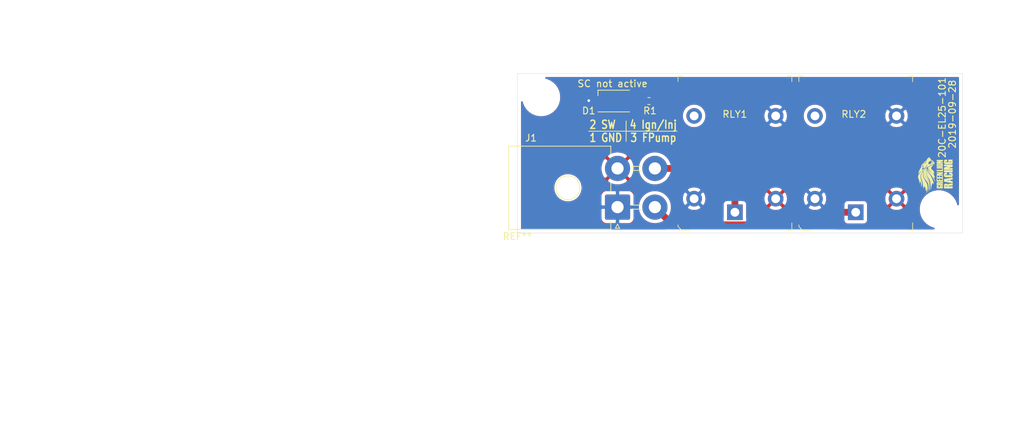
<source format=kicad_pcb>
(kicad_pcb (version 20171130) (host pcbnew "(5.1.4)-1")

  (general
    (thickness 1.6)
    (drawings 11)
    (tracks 12)
    (zones 0)
    (modules 9)
    (nets 8)
  )

  (page A4)
  (layers
    (0 F.Cu signal)
    (31 B.Cu signal)
    (32 B.Adhes user)
    (33 F.Adhes user)
    (34 B.Paste user)
    (35 F.Paste user)
    (36 B.SilkS user)
    (37 F.SilkS user)
    (38 B.Mask user)
    (39 F.Mask user)
    (40 Dwgs.User user)
    (41 Cmts.User user)
    (42 Eco1.User user)
    (43 Eco2.User user)
    (44 Edge.Cuts user)
    (45 Margin user)
    (46 B.CrtYd user)
    (47 F.CrtYd user)
    (48 B.Fab user)
    (49 F.Fab user)
  )

  (setup
    (last_trace_width 0.25)
    (user_trace_width 1)
    (trace_clearance 0.2)
    (zone_clearance 0.508)
    (zone_45_only no)
    (trace_min 0.2)
    (via_size 0.8)
    (via_drill 0.4)
    (via_min_size 0.4)
    (via_min_drill 0.3)
    (uvia_size 0.3)
    (uvia_drill 0.1)
    (uvias_allowed no)
    (uvia_min_size 0.2)
    (uvia_min_drill 0.1)
    (edge_width 0.05)
    (segment_width 0.2)
    (pcb_text_width 0.3)
    (pcb_text_size 1.5 1.5)
    (mod_edge_width 0.12)
    (mod_text_size 1 1)
    (mod_text_width 0.15)
    (pad_size 3.2 3.2)
    (pad_drill 3.2)
    (pad_to_mask_clearance 0.051)
    (solder_mask_min_width 0.25)
    (aux_axis_origin 0 0)
    (visible_elements 7FFFFFFF)
    (pcbplotparams
      (layerselection 0x010fc_ffffffff)
      (usegerberextensions false)
      (usegerberattributes false)
      (usegerberadvancedattributes false)
      (creategerberjobfile false)
      (excludeedgelayer true)
      (linewidth 0.100000)
      (plotframeref false)
      (viasonmask false)
      (mode 1)
      (useauxorigin false)
      (hpglpennumber 1)
      (hpglpenspeed 20)
      (hpglpendiameter 15.000000)
      (psnegative false)
      (psa4output false)
      (plotreference true)
      (plotvalue true)
      (plotinvisibletext false)
      (padsonsilk false)
      (subtractmaskfromsilk false)
      (outputformat 1)
      (mirror false)
      (drillshape 1)
      (scaleselection 1)
      (outputdirectory ""))
  )

  (net 0 "")
  (net 1 GND)
  (net 2 "Net-(RLY1-Pad4)")
  (net 3 "Net-(RLY2-Pad4)")
  (net 4 /LED)
  (net 5 /SW)
  (net 6 /GND_SW2)
  (net 7 /GND_SW1)

  (net_class Default "Dies ist die voreingestellte Netzklasse."
    (clearance 0.2)
    (trace_width 0.25)
    (via_dia 0.8)
    (via_drill 0.4)
    (uvia_dia 0.3)
    (uvia_drill 0.1)
    (add_net /GND_SW1)
    (add_net /GND_SW2)
    (add_net /LED)
    (add_net /SW)
    (add_net GND)
    (add_net "Net-(RLY1-Pad4)")
    (add_net "Net-(RLY2-Pad4)")
  )

  (module GLR (layer F.Cu) (tedit 5D8FAEA9) (tstamp 5D8FF17C)
    (at 0 0)
    (fp_text reference REF** (at 0 0.5) (layer F.SilkS)
      (effects (font (size 1 1) (thickness 0.15)))
    )
    (fp_text value GLR (at 0 -0.5) (layer F.Fab)
      (effects (font (size 1 1) (thickness 0.15)))
    )
    (fp_curve (pts (xy 20.32 -2.54) (xy 20.32 -2.54) (xy 21.118336 -1.976966) (xy 22.332245 -1.157464)) (layer Dwgs.User) (width 0.2))
    (fp_curve (pts (xy 56.860369 5.498747) (xy 58.482794 6.067425) (xy 48.619833 -2.816577) (xy 44.797839 -3.234266)) (layer Dwgs.User) (width 0.2))
    (fp_curve (pts (xy 44.582997 18.650655) (xy 44.801014 17.629717) (xy 45.817366 16.14805) (xy 45.146736 15.400514)) (layer Dwgs.User) (width 0.2))
    (fp_curve (pts (xy 26.598739 -12.315824) (xy 26.598739 -12.315824) (xy 20.375739 -16.791163) (xy 16.22425 -16.324438)) (layer Dwgs.User) (width 0.2))
    (fp_curve (pts (xy 32.864425 -11.225388) (xy 33.396414 -11.644488) (xy 36.591522 -9.74478) (xy 37.999105 -8.235597)) (layer Dwgs.User) (width 0.2))
    (fp_curve (pts (xy 39.83108 -4.878563) (xy 39.65575 -5.040841) (xy 38.067191 -4.431947) (xy 36.91255 -6.181725)) (layer Dwgs.User) (width 0.2))
    (fp_curve (pts (xy 24.042511 -17.430749) (xy 24.042511 -17.430749) (xy 26.029356 -14.452952) (xy 26.598739 -12.315824)) (layer Dwgs.User) (width 0.2))
    (fp_curve (pts (xy 34.045525 -6.597297) (xy 34.045525 -6.597297) (xy 32.926867 -7.378699) (xy 33.349847 -7.251699)) (layer Dwgs.User) (width 0.2))
    (fp_curve (pts (xy 22.432081 2.354086) (xy 23.357417 5.380214) (xy 21.860228 7.005814) (xy 26.99385 10.879314)) (layer Dwgs.User) (width 0.2))
    (fp_curve (pts (xy 16.22425 -16.324438) (xy 16.22425 -16.324438) (xy 19.100448 -14.556669) (xy 18.940639 -10.338858)) (layer Dwgs.User) (width 0.2))
    (fp_curve (pts (xy 16.580556 -1.706033) (xy 16.580556 -1.706033) (xy 21.50745 -0.671689) (xy 22.432081 2.354086)) (layer Dwgs.User) (width 0.2))
    (fp_curve (pts (xy 28.014083 14.255397) (xy 28.014083 14.255397) (xy 29.619928 13.236575) (xy 29.413553 13.876514)) (layer Dwgs.User) (width 0.2))
    (fp_curve (pts (xy 31.289625 17.921817) (xy 35.470042 18.244961) (xy 40.789225 18.101028) (xy 41.251716 18.093619)) (layer Dwgs.User) (width 0.2))
    (fp_curve (pts (xy 32.745539 11.009842) (xy 29.537731 7.857772) (xy 32.219194 4.500739) (xy 32.692975 4.19735)) (layer Dwgs.User) (width 0.2))
    (fp_curve (pts (xy 41.251716 18.093619) (xy 41.715972 18.085858) (xy 43.041358 17.820569) (xy 41.504305 24.728311)) (layer Dwgs.User) (width 0.2))
    (fp_curve (pts (xy 42.215152 15.799505) (xy 39.589075 15.801975) (xy 32.745539 15.2781) (xy 32.745539 11.009842)) (layer Dwgs.User) (width 0.2))
    (fp_curve (pts (xy 41.413289 -7.758288) (xy 37.597291 -13.693422) (xy 32.013525 -16.93051) (xy 24.042511 -17.430749)) (layer Dwgs.User) (width 0.2))
    (fp_curve (pts (xy 41.504305 24.728311) (xy 41.504305 24.728311) (xy 44.125444 20.790605) (xy 44.582997 18.650655)) (layer Dwgs.User) (width 0.2))
    (fp_curve (pts (xy 43.582166 10.459156) (xy 43.873208 11.332633) (xy 44.169894 11.897078) (xy 42.128722 13.510683)) (layer Dwgs.User) (width 0.2))
    (fp_curve (pts (xy 53.258508 7.942439) (xy 53.258508 7.942439) (xy 52.706411 6.198306) (xy 51.541538 4.835525)) (layer Dwgs.User) (width 0.2))
    (fp_curve (pts (xy 15.084073 -17.251538) (xy 15.084073 -17.251538) (xy 5.528734 -20.449469) (xy 4.518731 -16.809508)) (layer Dwgs.User) (width 0.2))
    (fp_curve (pts (xy -51.732813 9.554986) (xy -51.732813 9.554986) (xy -55.365048 8.177389) (xy -63.005297 11.433881)) (layer Dwgs.User) (width 0.2))
    (fp_curve (pts (xy 38.277094 -6.438547) (xy 37.770505 -6.940549) (xy 36.378092 -8.396816) (xy 35.001905 -9.238897)) (layer Dwgs.User) (width 0.2))
    (fp_curve (pts (xy 5.701595 -15.516224) (xy 7.95902 -14.562666) (xy 10.464095 -11.226447) (xy 13.743517 -9.912702)) (layer Dwgs.User) (width 0.2))
    (fp_curve (pts (xy 33.349847 -7.251699) (xy 33.77318 -7.124699) (xy 34.788828 -6.869994) (xy 34.110789 -7.802033)) (layer Dwgs.User) (width 0.2))
    (fp_curve (pts (xy 26.99385 10.879314) (xy 28.310064 11.872736) (xy 29.119336 12.128853) (xy 29.541964 12.154253)) (layer Dwgs.User) (width 0.2))
    (fp_curve (pts (xy 42.128722 13.510683) (xy 42.991616 14.373225) (xy 45.204239 14.374636) (xy 45.989875 14.418733)) (layer Dwgs.User) (width 0.2))
    (fp_curve (pts (xy 44.565711 -4.876447) (xy 46.51128 -6.407502) (xy 42.137541 -6.631516) (xy 41.413289 -7.758288)) (layer Dwgs.User) (width 0.2))
    (fp_curve (pts (xy 17.337264 -10.722327) (xy 17.337264 -10.722327) (xy 4.50709 -18.565283) (xy 15.084073 -17.251538)) (layer Dwgs.User) (width 0.2))
    (fp_curve (pts (xy 29.541964 12.154253) (xy 29.206825 12.373681) (xy 28.666722 12.937067) (xy 28.014083 14.255397)) (layer Dwgs.User) (width 0.2))
    (fp_curve (pts (xy 17.87137 -6.392333) (xy 17.87137 -6.392333) (xy 22.295909 -6.2611) (xy 26.414942 -3.912658)) (layer Dwgs.User) (width 0.2))
    (fp_curve (pts (xy 34.110789 -7.802033) (xy 33.514947 -8.797572) (xy 32.332789 -10.808405) (xy 32.864425 -11.225388)) (layer Dwgs.User) (width 0.2))
    (fp_curve (pts (xy 22.332245 -1.157464) (xy 20.298834 -1.501775) (xy 18.263306 -1.736372) (xy 16.580556 -1.706033)) (layer Dwgs.User) (width 0.2))
    (fp_curve (pts (xy 50.396422 12.785019) (xy 52.146905 11.524897) (xy 53.405969 11.162594) (xy 53.258508 7.942439)) (layer Dwgs.User) (width 0.2))
    (fp_curve (pts (xy 15.10277 -9.273469) (xy 15.10277 -9.273469) (xy 17.745075 -8.470547) (xy 21.078472 -6.894336)) (layer Dwgs.User) (width 0.2))
    (fp_curve (pts (xy 51.541538 4.835525) (xy 51.541538 4.835525) (xy 55.664452 5.078589) (xy 56.860369 5.498747)) (layer Dwgs.User) (width 0.2))
    (fp_curve (pts (xy 4.518731 -16.809508) (xy 4.187473 -15.616413) (xy 5.298017 -15.686616) (xy 5.701595 -15.516224)) (layer Dwgs.User) (width 0.2))
    (fp_line (start -2.057752 -20.783549) (end 2.613731 -17.273058) (layer Dwgs.User) (width 0.2))
    (fp_curve (pts (xy 13.743517 -9.912702) (xy 14.581717 -9.589558) (xy 17.337264 -10.722327) (xy 17.337264 -10.722327)) (layer Dwgs.User) (width 0.2))
    (fp_curve (pts (xy 36.62045 -6.944077) (xy 36.821886 -7.055555) (xy 39.195728 -5.5499) (xy 39.08425 -5.660672)) (layer Dwgs.User) (width 0.2))
    (fp_curve (pts (xy 37.409614 -4.342341) (xy 37.409614 -4.342341) (xy 35.290478 -5.777088) (xy 34.733089 -6.1087)) (layer Dwgs.User) (width 0.2))
    (fp_curve (pts (xy 21.078472 -6.894336) (xy 20.092106 -6.804024) (xy 19.032009 -6.646333) (xy 17.87137 -6.392333)) (layer Dwgs.User) (width 0.2))
    (fp_curve (pts (xy 37.999105 -8.235597) (xy 39.405278 -6.726766) (xy 39.613416 -6.458655) (xy 39.613416 -6.458655)) (layer Dwgs.User) (width 0.2))
    (fp_curve (pts (xy 32.692975 4.19735) (xy 32.713789 4.183945) (xy 35.732861 1.455561) (xy 40.628358 6.695017)) (layer Dwgs.User) (width 0.2))
    (fp_curve (pts (xy 40.628358 6.695017) (xy 41.237605 7.480653) (xy 43.125319 9.08297) (xy 43.582166 10.459156)) (layer Dwgs.User) (width 0.2))
    (fp_curve (pts (xy -63.005297 11.433881) (xy -70.645582 14.690372) (xy -58.233167 8.086372) (xy -58.233167 8.086372)) (layer Dwgs.User) (width 0.2))
    (fp_curve (pts (xy 39.613416 -6.458655) (xy 39.613416 -6.458655) (xy 42.301936 -3.096683) (xy 44.565711 -4.876447)) (layer Dwgs.User) (width 0.2))
    (fp_curve (pts (xy 35.001905 -9.238897) (xy 33.625367 -10.080624) (xy 36.021433 -5.989813) (xy 36.456761 -5.401733)) (layer Dwgs.User) (width 0.2))
    (fp_curve (pts (xy 29.628042 -1.442861) (xy 30.145214 -0.90805) (xy 30.630636 -0.317852) (xy 31.067728 0.338667)) (layer Dwgs.User) (width 0.2))
    (fp_line (start 18.940639 -10.338858) (end 15.10277 -9.273469) (layer Dwgs.User) (width 0.2))
    (fp_line (start -58.233167 8.086372) (end -51.732813 9.554986) (layer Dwgs.User) (width 0.2))
    (fp_curve (pts (xy 36.91255 -6.181725) (xy 36.766853 -6.416322) (xy 36.418661 -6.832599) (xy 36.62045 -6.944077)) (layer Dwgs.User) (width 0.2))
    (fp_curve (pts (xy 39.08425 -5.660672) (xy 38.942433 -5.800725) (xy 38.377636 -6.340122) (xy 38.277094 -6.438547)) (layer Dwgs.User) (width 0.2))
    (fp_curve (pts (xy 36.456761 -5.401733) (xy 36.892794 -4.811888) (xy 37.409614 -4.342341) (xy 37.409614 -4.342341)) (layer Dwgs.User) (width 0.2))
    (fp_curve (pts (xy 26.414942 -3.912658) (xy 27.536775 -3.16618) (xy 28.627211 -2.341738) (xy 29.628042 -1.442861)) (layer Dwgs.User) (width 0.2))
    (fp_curve (pts (xy 31.067728 0.338667) (xy 26.682347 -2.830336) (xy 20.32 -2.54) (xy 20.32 -2.54)) (layer Dwgs.User) (width 0.2))
    (fp_curve (pts (xy 29.413553 13.876514) (xy 29.205061 14.513983) (xy 27.122614 17.599378) (xy 31.289625 17.921817)) (layer Dwgs.User) (width 0.2))
    (fp_curve (pts (xy 45.146736 15.400514) (xy 43.5483 15.763169) (xy 43.5483 15.763169) (xy 42.215152 15.799505)) (layer Dwgs.User) (width 0.2))
    (fp_curve (pts (xy 45.989875 14.418733) (xy 47.836666 14.523156) (xy 48.644175 14.045847) (xy 50.396422 12.785019)) (layer Dwgs.User) (width 0.2))
    (fp_line (start 34.733089 -6.1087) (end 34.045525 -6.597297) (layer Dwgs.User) (width 0.2))
    (fp_curve (pts (xy -21.52156 -2.593269) (xy -12.360627 -12.345105) (xy -3.617735 -13.417197) (xy 7.294739 -12.851694)) (layer Dwgs.User) (width 0.2))
    (fp_curve (pts (xy 11.990564 -9.249127) (xy 10.03547 -10.413999) (xy 8.463845 -11.166122) (xy 7.583664 -12.533488)) (layer Dwgs.User) (width 0.2))
    (fp_curve (pts (xy 4.633031 -14.656152) (xy -2.285646 -14.036674) (xy -10.013597 -18.364199) (xy -24.067204 -8.464902)) (layer Dwgs.User) (width 0.2))
    (fp_curve (pts (xy -52.769944 7.891639) (xy -49.35749 8.174567) (xy -46.660257 8.35272) (xy -42.654289 7.839075)) (layer Dwgs.User) (width 0.2))
    (fp_curve (pts (xy -3.487207 -4.298244) (xy -0.27446 -4.923013) (xy 4.751565 -4.836583) (xy 8.292748 -4.47675)) (layer Dwgs.User) (width 0.2))
    (fp_curve (pts (xy 21.623867 -19.036241) (xy 21.623867 -19.036241) (xy 28.341461 -19.273308) (xy 34.70275 -15.743766)) (layer Dwgs.User) (width 0.2))
    (fp_curve (pts (xy 14.618053 -2.053166) (xy 14.618053 -2.053166) (xy 6.063192 -6.123869) (xy -7.744882 -2.250722)) (layer Dwgs.User) (width 0.2))
    (fp_curve (pts (xy -60.774825 -12.293599) (xy -60.774825 -12.293599) (xy -50.62241 -14.729883) (xy -50.46874 -11.366147)) (layer Dwgs.User) (width 0.2))
    (fp_curve (pts (xy -61.746339 -3.101622) (xy -61.746339 -3.101622) (xy -68.094399 -1.205089) (xy -76.030664 -4.55295)) (layer Dwgs.User) (width 0.2))
    (fp_curve (pts (xy -9.610371 -16.264466) (xy -7.711016 -16.344899) (xy -2.443338 -16.551274) (xy 3.498145 -15.223772)) (layer Dwgs.User) (width 0.2))
    (fp_curve (pts (xy -50.46874 -11.366147) (xy -50.46874 -11.366147) (xy -55.702268 -3.565877) (xy -67.249249 -7.114116)) (layer Dwgs.User) (width 0.2))
    (fp_curve (pts (xy -67.249249 -7.114116) (xy -67.249249 -7.114116) (xy -67.088312 -5.910791) (xy -61.746339 -3.101622)) (layer Dwgs.User) (width 0.2))
    (fp_curve (pts (xy -69.493516 2.780595) (xy -64.849408 6.298847) (xy -56.357659 7.593895) (xy -52.769944 7.891639)) (layer Dwgs.User) (width 0.2))
    (fp_curve (pts (xy -45.518703 0.182739) (xy -37.805429 -1.383594) (xy -32.773407 -6.189486) (xy -20.893615 -12.85381)) (layer Dwgs.User) (width 0.2))
    (fp_curve (pts (xy -23.576138 4.144081) (xy -13.125449 -2.602441) (xy -6.803319 -3.653366) (xy -3.487207 -4.298244)) (layer Dwgs.User) (width 0.2))
    (fp_curve (pts (xy -42.359261 9.327797) (xy -37.144676 9.516886) (xy -28.799718 7.516636) (xy -23.576138 4.144081)) (layer Dwgs.User) (width 0.2))
    (fp_curve (pts (xy 17.663231 -3.325283) (xy 18.285884 -3.553883) (xy 24.347311 -3.307291) (xy 26.561345 -2.290233)) (layer Dwgs.User) (width 0.2))
    (fp_curve (pts (xy 5.391856 -19.395369) (xy 7.808384 -20.093516) (xy 13.600642 -19.236971) (xy 16.474723 -18.307755)) (layer Dwgs.User) (width 0.2))
    (fp_curve (pts (xy 3.498145 -15.223772) (xy 3.498145 -15.223772) (xy 2.421115 -15.835135) (xy 2.465917 -16.424274)) (layer Dwgs.User) (width 0.2))
    (fp_curve (pts (xy 8.292748 -4.47675) (xy 12.5857 -4.040716) (xy 16.455673 -3.294591) (xy 19.686059 -2.159352)) (layer Dwgs.User) (width 0.2))
    (fp_curve (pts (xy -4.945238 -33.499424) (xy 1.134534 -28.894263) (xy 3.486856 -26.74761) (xy 5.391856 -19.395369)) (layer Dwgs.User) (width 0.2))
    (fp_curve (pts (xy -7.744882 -2.250722) (xy -14.995877 -0.216958) (xy -20.315413 5.417961) (xy -23.955021 7.377642)) (layer Dwgs.User) (width 0.2))
    (fp_curve (pts (xy -41.027666 3.044825) (xy -46.753143 4.984397) (xy -60.855858 5.456061) (xy -69.493516 2.780595)) (layer Dwgs.User) (width 0.2))
    (fp_curve (pts (xy 14.269156 -5.926666) (xy 16.32832 -7.016044) (xy 17.82057 -6.713361) (xy 18.012128 -6.6675)) (layer Dwgs.User) (width 0.2))
    (fp_curve (pts (xy -23.955021 7.377642) (xy -34.900657 13.2715) (xy -38.677495 10.506428) (xy -50.044877 11.69035)) (layer Dwgs.User) (width 0.2))
    (fp_curve (pts (xy -62.597416 13.837356) (xy -63.154558 13.845469) (xy -56.585589 14.005983) (xy -49.324822 15.286567)) (layer Dwgs.User) (width 0.2))
    (fp_curve (pts (xy -20.893615 -12.85381) (xy -16.844785 -15.124994) (xy -11.52278 -16.183327) (xy -9.610371 -16.264466)) (layer Dwgs.User) (width 0.2))
    (fp_curve (pts (xy -76.030664 -4.55295) (xy -66.564649 3.357386) (xy -49.273846 0.945445) (xy -45.518703 0.182739)) (layer Dwgs.User) (width 0.2))
    (fp_curve (pts (xy 20.871392 -22.980296) (xy 15.348303 -23.117527) (xy 16.1036 -29.190243) (xy -4.945238 -33.499424)) (layer Dwgs.User) (width 0.2))
    (fp_curve (pts (xy 16.474723 -18.307755) (xy 16.474723 -18.307755) (xy 21.671845 -17.342555) (xy 23.925389 -15.011399)) (layer Dwgs.User) (width 0.2))
    (fp_curve (pts (xy 26.561345 -2.290233) (xy 23.335545 -4.586816) (xy 14.269156 -5.926666) (xy 14.269156 -5.926666)) (layer Dwgs.User) (width 0.2))
    (fp_curve (pts (xy 34.70275 -15.743766) (xy 34.70275 -15.743766) (xy 30.529036 -21.919141) (xy 20.871392 -22.980296)) (layer Dwgs.User) (width 0.2))
    (fp_curve (pts (xy 7.583664 -12.533488) (xy 0.901701 -12.410369) (xy -9.57333 -13.829594) (xy -20.42054 -2.738261)) (layer Dwgs.User) (width 0.2))
    (fp_curve (pts (xy -20.42054 -2.738261) (xy -29.822068 6.874228) (xy -35.666184 8.009114) (xy -42.359261 9.327797)) (layer Dwgs.User) (width 0.2))
    (fp_curve (pts (xy 19.686059 -2.159352) (xy 19.686059 -2.159352) (xy 18.175817 -3.170766) (xy 17.663231 -3.325283)) (layer Dwgs.User) (width 0.2))
    (fp_curve (pts (xy 23.925389 -15.011399) (xy 23.925389 -15.011399) (xy 22.479706 -17.600435) (xy 21.623867 -19.036241)) (layer Dwgs.User) (width 0.2))
    (fp_curve (pts (xy -49.324822 15.286567) (xy -42.51099 16.489186) (xy -38.653859 18.57128) (xy -38.448895 19.692408)) (layer Dwgs.User) (width 0.2))
    (fp_curve (pts (xy -42.654289 7.839075) (xy -38.809434 7.346245) (xy -29.008915 5.377039) (xy -21.52156 -2.593269)) (layer Dwgs.User) (width 0.2))
    (fp_curve (pts (xy -38.448895 19.692408) (xy -38.448895 19.692408) (xy -37.693598 21.240044) (xy -44.002288 23.627997)) (layer Dwgs.User) (width 0.2))
    (fp_curve (pts (xy -44.002288 23.627997) (xy -44.002288 23.627997) (xy -26.158118 22.766514) (xy -9.648824 11.244086)) (layer Dwgs.User) (width 0.2))
    (fp_curve (pts (xy -50.044877 11.69035) (xy -54.6566 12.170481) (xy -62.14018 13.831358) (xy -62.597416 13.837356)) (layer Dwgs.User) (width 0.2))
    (fp_curve (pts (xy -14.681199 -23.328488) (xy -23.299913 -22.933377) (xy -28.674129 -17.262827) (xy -40.655168 -16.714258)) (layer Dwgs.User) (width 0.2))
    (fp_curve (pts (xy -40.655168 -16.714258) (xy -52.636947 -16.164983) (xy -52.663688 -15.719424) (xy -60.774825 -12.293599)) (layer Dwgs.User) (width 0.2))
    (fp_curve (pts (xy -24.067204 -8.464902) (xy -27.98339 -5.706533) (xy -32.976607 0.317853) (xy -41.027666 3.044825)) (layer Dwgs.User) (width 0.2))
    (fp_curve (pts (xy 7.294739 -12.851694) (xy 5.948892 -13.899444) (xy 5.437012 -14.50728) (xy 4.633031 -14.656152)) (layer Dwgs.User) (width 0.2))
    (fp_curve (pts (xy 18.012128 -6.6675) (xy 17.626189 -6.763808) (xy 13.59147 -8.293452) (xy 11.990564 -9.249127)) (layer Dwgs.User) (width 0.2))
    (fp_curve (pts (xy 2.465917 -16.424274) (xy 2.465917 -16.424274) (xy -5.651852 -23.742649) (xy -14.681199 -23.328488)) (layer Dwgs.User) (width 0.2))
    (fp_curve (pts (xy 53.97641 8.771467) (xy 54.487586 8.213725) (xy 54.792737 7.865533) (xy 54.792737 7.865533)) (layer Dwgs.User) (width 0.2))
    (fp_curve (pts (xy 37.477347 24.578027) (xy 36.898086 24.902936) (xy 34.736264 25.822627) (xy 32.430156 26.170466)) (layer Dwgs.User) (width 0.2))
    (fp_curve (pts (xy 32.430156 26.170466) (xy 30.006219 26.53665) (xy 26.686933 26.875316) (xy 26.686933 26.875316)) (layer Dwgs.User) (width 0.2))
    (fp_curve (pts (xy 54.792737 7.865533) (xy 54.792737 7.865533) (xy 53.694188 7.922683) (xy 53.556252 7.447139)) (layer Dwgs.User) (width 0.2))
    (fp_curve (pts (xy 40.469608 19.395722) (xy 40.997011 20.014494) (xy 40.23113 26.852033) (xy 36.170305 26.998083)) (layer Dwgs.User) (width 0.2))
    (fp_curve (pts (xy -1.531055 22.250047) (xy -2.738613 22.202069) (xy -8.397874 24.830264) (xy -9.970557 25.327327)) (layer Dwgs.User) (width 0.2))
    (fp_curve (pts (xy 1.552223 6.227939) (xy 9.625895 1.92652) (xy 16.67122 2.113845) (xy 16.67122 2.113845)) (layer Dwgs.User) (width 0.2))
    (fp_curve (pts (xy 57.026174 7.469364) (xy 55.844721 8.805333) (xy 53.580593 10.2997) (xy 53.580593 10.2997)) (layer Dwgs.User) (width 0.2))
    (fp_curve (pts (xy 53.556252 7.447139) (xy 53.294138 6.548967) (xy 52.43336 5.672314) (xy 52.43336 5.672314)) (layer Dwgs.User) (width 0.2))
    (fp_curve (pts (xy 41.271119 -3.782836) (xy 40.672455 -4.199113) (xy 40.350369 -4.397022) (xy 39.83108 -4.878563)) (layer Dwgs.User) (width 0.2))
    (fp_curve (pts (xy 16.67122 2.113845) (xy 16.67122 2.113845) (xy 11.863917 3.503436) (xy 7.216776 7.411156)) (layer Dwgs.User) (width 0.2))
    (fp_curve (pts (xy 7.216776 7.411156) (xy 6.342945 8.146345) (xy 3.213806 11.359797) (xy 1.382184 12.785372)) (layer Dwgs.User) (width 0.2))
    (fp_curve (pts (xy 13.589 4.877859) (xy 18.264364 2.68217) (xy 20.284017 0.943328) (xy 21.045311 3.386314)) (layer Dwgs.User) (width 0.2))
    (fp_curve (pts (xy -7.291563 18.607969) (xy -7.291563 18.607969) (xy 0.767998 14.244108) (xy 4.760031 11.250083)) (layer Dwgs.User) (width 0.2))
    (fp_curve (pts (xy 27.71387 12.413192) (xy 27.71387 12.413192) (xy 26.290058 13.782675) (xy 26.73597 15.787158)) (layer Dwgs.User) (width 0.2))
    (fp_curve (pts (xy 16.063384 1.337381) (xy 16.063384 1.337381) (xy 14.676262 -0.106539) (xy 7.070373 0.248709)) (layer Dwgs.User) (width 0.2))
    (fp_curve (pts (xy -9.970557 25.327327) (xy -14.828307 26.727151) (xy -15.770577 27.303589) (xy -19.065168 28.470577)) (layer Dwgs.User) (width 0.2))
    (fp_curve (pts (xy 1.382184 12.785372) (xy -1.349727 14.911917) (xy -7.291563 18.607969) (xy -7.291563 18.607969)) (layer Dwgs.User) (width 0.2))
    (fp_curve (pts (xy 25.856847 11.774664) (xy 27.092628 12.434711) (xy 27.71387 12.413192) (xy 27.71387 12.413192)) (layer Dwgs.User) (width 0.2))
    (fp_curve (pts (xy 28.285722 20.874566) (xy 21.779442 18.95228) (xy 24.192795 15.631583) (xy 19.13502 14.702014)) (layer Dwgs.User) (width 0.2))
    (fp_curve (pts (xy -15.328546 -34.221913) (xy -16.058796 -34.228263) (xy -17.264943 -34.107965) (xy -17.923932 -33.959093)) (layer Dwgs.User) (width 0.2))
    (fp_curve (pts (xy 26.686933 26.875316) (xy 26.686933 26.875316) (xy 32.955089 25.916819) (xy 32.955089 23.02898)) (layer Dwgs.User) (width 0.2))
    (fp_curve (pts (xy 4.760031 11.250083) (xy 7.856714 8.927747) (xy 10.546645 6.30555) (xy 13.589 4.877859)) (layer Dwgs.User) (width 0.2))
    (fp_curve (pts (xy 10.976681 17.421225) (xy 8.802159 20.336228) (xy 9.909176 21.766741) (xy -2.515658 26.855208)) (layer Dwgs.User) (width 0.2))
    (fp_curve (pts (xy 26.73597 15.787158) (xy 27.114147 17.486842) (xy 27.369558 18.335978) (xy 29.549019 18.913475)) (layer Dwgs.User) (width 0.2))
    (fp_curve (pts (xy -2.515658 26.855208) (xy 1.890184 21.036139) (xy -1.531055 22.250047) (xy -1.531055 22.250047)) (layer Dwgs.User) (width 0.2))
    (fp_curve (pts (xy 21.045311 3.386314) (xy 21.808017 5.829653) (xy 20.226161 8.050389) (xy 25.856847 11.774664)) (layer Dwgs.User) (width 0.2))
    (fp_curve (pts (xy -34.315046 26.635075) (xy -34.315046 26.635075) (xy -28.894615 28.238098) (xy -12.418835 16.619361)) (layer Dwgs.User) (width 0.2))
    (fp_curve (pts (xy 36.170305 26.998083) (xy 36.170305 26.998083) (xy 38.609058 25.643769) (xy 38.560022 23.924683)) (layer Dwgs.User) (width 0.2))
    (fp_curve (pts (xy 32.955089 23.02898) (xy 32.955089 21.726878) (xy 31.572906 21.845764) (xy 28.285722 20.874566)) (layer Dwgs.User) (width 0.2))
    (fp_curve (pts (xy -12.418835 16.619361) (xy -7.243938 12.711994) (xy -1.764241 7.995003) (xy 1.552223 6.227939)) (layer Dwgs.User) (width 0.2))
    (fp_curve (pts (xy 53.580593 10.2997) (xy 53.580593 10.2997) (xy 53.465588 9.32815) (xy 53.97641 8.771467)) (layer Dwgs.User) (width 0.2))
    (fp_curve (pts (xy -17.923932 -33.959093) (xy -18.428052 -33.845852) (xy -19.012604 -33.698743) (xy -19.435232 -33.598202)) (layer Dwgs.User) (width 0.2))
    (fp_curve (pts (xy -19.435232 -33.598202) (xy -26.242785 -31.966604) (xy -26.955396 -29.437541) (xy -40.130587 -28.83288)) (layer Dwgs.User) (width 0.2))
    (fp_curve (pts (xy -40.130587 -28.83288) (xy -40.130587 -28.83288) (xy -37.544726 -26.596268) (xy -32.77764 -26.958924)) (layer Dwgs.User) (width 0.2))
    (fp_curve (pts (xy 29.549019 18.913475) (xy 34.104086 19.643725) (xy 39.942558 18.776597) (xy 40.469608 19.395722)) (layer Dwgs.User) (width 0.2))
    (fp_curve (pts (xy -32.77764 -26.958924) (xy -31.789157 -27.033007) (xy -29.661554 -27.291241) (xy -29.661554 -27.291241)) (layer Dwgs.User) (width 0.2))
    (fp_curve (pts (xy -53.791342 -23.246644) (xy -53.791342 -23.246644) (xy -41.907282 -17.374305) (xy -32.493301 -20.468871)) (layer Dwgs.User) (width 0.2))
    (fp_curve (pts (xy -32.493301 -20.468871) (xy -24.51629 -23.091069) (xy -13.116277 -29.181777) (xy -2.057752 -20.783549)) (layer Dwgs.User) (width 0.2))
    (fp_curve (pts (xy 2.613731 -17.273058) (xy 2.613731 -17.273058) (xy 3.076928 -18.970977) (xy 5.391856 -19.395369)) (layer Dwgs.User) (width 0.2))
    (fp_curve (pts (xy 5.391856 -19.395369) (xy 2.997906 -25.310746) (xy -7.223477 -34.468504) (xy -15.328546 -34.221913)) (layer Dwgs.User) (width 0.2))
    (fp_curve (pts (xy -23.950082 26.140127) (xy -27.015368 27.468336) (xy -31.146043 28.584877) (xy -34.315046 26.635075)) (layer Dwgs.User) (width 0.2))
    (fp_curve (pts (xy 19.13502 14.702014) (xy 16.263761 14.174258) (xy 13.256684 14.364758) (xy 10.976681 17.421225)) (layer Dwgs.User) (width 0.2))
    (fp_curve (pts (xy 7.070373 0.248709) (xy -0.271991 0.591609) (xy -7.672563 5.352345) (xy -7.672563 5.352345)) (layer Dwgs.User) (width 0.2))
    (fp_curve (pts (xy 52.43336 5.672314) (xy 52.43336 5.672314) (xy 58.467977 5.840589) (xy 57.026174 7.469364)) (layer Dwgs.User) (width 0.2))
    (fp_curve (pts (xy -29.661554 -27.291241) (xy -29.576182 -26.62943) (xy -38.18149 -20.733455) (xy -53.791342 -23.246644)) (layer Dwgs.User) (width 0.2))
    (fp_curve (pts (xy -9.648824 11.244086) (xy 8.163984 -1.188155) (xy 10.61332 2.41935) (xy 16.063384 1.337381)) (layer Dwgs.User) (width 0.2))
    (fp_curve (pts (xy -17.76624 24.369889) (xy -19.139252 23.278041) (xy -21.052718 24.884591) (xy -23.950082 26.140127)) (layer Dwgs.User) (width 0.2))
    (fp_curve (pts (xy -7.672563 5.352345) (xy -7.672563 5.352345) (xy -2.171346 -1.325386) (xy 14.618053 -2.053166)) (layer Dwgs.User) (width 0.2))
    (fp_curve (pts (xy 38.560022 23.924683) (xy 38.548028 23.678797) (xy 38.169497 24.189619) (xy 37.477347 24.578027)) (layer Dwgs.User) (width 0.2))
    (fp_curve (pts (xy 44.797839 -3.234266) (xy 44.797839 -3.234266) (xy 42.491025 -2.932288) (xy 41.271119 -3.782836)) (layer Dwgs.User) (width 0.2))
    (fp_curve (pts (xy -19.065168 28.470577) (xy -19.065168 28.470577) (xy -16.182621 25.792994) (xy -17.76624 24.369889)) (layer Dwgs.User) (width 0.2))
  )

  (module GLR_logo (layer F.Cu) (tedit 0) (tstamp 5D8FEBF4)
    (at 61.5 -8.5 90)
    (fp_text reference G*** (at 0 0 90) (layer F.SilkS) hide
      (effects (font (size 1.524 1.524) (thickness 0.3)))
    )
    (fp_text value LOGO (at 0.75 0 90) (layer F.SilkS) hide
      (effects (font (size 1.524 1.524) (thickness 0.3)))
    )
    (fp_poly (pts (xy -0.152398 -2.542981) (xy -0.069141 -2.524457) (xy 0.017332 -2.492397) (xy 0.053777 -2.475714)
      (xy 0.161334 -2.416263) (xy 0.266244 -2.343348) (xy 0.364713 -2.26036) (xy 0.452948 -2.170686)
      (xy 0.527153 -2.077715) (xy 0.564789 -2.019324) (xy 0.579194 -1.995373) (xy 0.585494 -1.988065)
      (xy 0.585378 -1.996238) (xy 0.583258 -2.0066) (xy 0.570887 -2.048078) (xy 0.550737 -2.099905)
      (xy 0.525852 -2.155232) (xy 0.499277 -2.207212) (xy 0.478371 -2.242516) (xy 0.444997 -2.286639)
      (xy 0.398816 -2.337518) (xy 0.344102 -2.390903) (xy 0.28513 -2.442542) (xy 0.2463 -2.473338)
      (xy 0.219886 -2.494095) (xy 0.201979 -2.509607) (xy 0.196513 -2.51638) (xy 0.207525 -2.515561)
      (xy 0.234473 -2.510031) (xy 0.273776 -2.500732) (xy 0.321851 -2.48861) (xy 0.375118 -2.474607)
      (xy 0.429994 -2.459666) (xy 0.482897 -2.444732) (xy 0.530248 -2.430747) (xy 0.568463 -2.418655)
      (xy 0.571953 -2.417482) (xy 0.729534 -2.354582) (xy 0.882723 -2.274859) (xy 0.98044 -2.213106)
      (xy 1.03285 -2.177445) (xy 1.07246 -2.151332) (xy 1.10329 -2.132915) (xy 1.129361 -2.120341)
      (xy 1.154691 -2.111757) (xy 1.183302 -2.105309) (xy 1.219213 -2.099146) (xy 1.232257 -2.097035)
      (xy 1.309819 -2.08297) (xy 1.373973 -2.067336) (xy 1.431621 -2.047969) (xy 1.489667 -2.022709)
      (xy 1.524 -2.005656) (xy 1.577957 -1.975136) (xy 1.631518 -1.939882) (xy 1.680098 -1.903324)
      (xy 1.719117 -1.868891) (xy 1.74262 -1.842051) (xy 1.749367 -1.831095) (xy 1.747758 -1.827244)
      (xy 1.734836 -1.830943) (xy 1.707643 -1.842633) (xy 1.692182 -1.849613) (xy 1.619423 -1.87774)
      (xy 1.534609 -1.90274) (xy 1.445975 -1.922575) (xy 1.361757 -1.935209) (xy 1.337206 -1.93739)
      (xy 1.246086 -1.943858) (xy 1.284369 -1.875402) (xy 1.303448 -1.839201) (xy 1.31467 -1.813548)
      (xy 1.317496 -1.800405) (xy 1.311386 -1.801734) (xy 1.30178 -1.811994) (xy 1.279374 -1.82898)
      (xy 1.240142 -1.848184) (xy 1.18733 -1.868645) (xy 1.124181 -1.889404) (xy 1.053941 -1.909499)
      (xy 0.979854 -1.927972) (xy 0.905165 -1.943861) (xy 0.833118 -1.956207) (xy 0.799044 -1.960758)
      (xy 0.707378 -1.967398) (xy 0.631871 -1.963346) (xy 0.571253 -1.948364) (xy 0.524257 -1.922211)
      (xy 0.505829 -1.905259) (xy 0.480426 -1.877863) (xy 0.354513 -1.971581) (xy 0.263002 -2.036447)
      (xy 0.180521 -2.087111) (xy 0.103133 -2.125019) (xy 0.026903 -2.151617) (xy -0.052105 -2.168348)
      (xy -0.137827 -2.176658) (xy -0.20828 -2.178236) (xy -0.26372 -2.17744) (xy -0.314062 -2.174846)
      (xy -0.362389 -2.169772) (xy -0.411783 -2.161539) (xy -0.465327 -2.149464) (xy -0.526103 -2.132869)
      (xy -0.597194 -2.111072) (xy -0.681683 -2.083392) (xy -0.763891 -2.055566) (xy -0.84834 -2.027305)
      (xy -0.917175 -2.005683) (xy -0.973654 -1.989808) (xy -1.021035 -1.978789) (xy -1.062576 -1.971733)
      (xy -1.076292 -1.97004) (xy -1.18914 -1.965684) (xy -1.313286 -1.976169) (xy -1.446509 -2.001166)
      (xy -1.586589 -2.040343) (xy -1.616467 -2.050272) (xy -1.671767 -2.069757) (xy -1.707885 -2.084022)
      (xy -1.725203 -2.093356) (xy -1.724099 -2.098044) (xy -1.704952 -2.098375) (xy -1.6764 -2.095636)
      (xy -1.617539 -2.091023) (xy -1.545409 -2.088887) (xy -1.465966 -2.089083) (xy -1.385163 -2.091463)
      (xy -1.308956 -2.095883) (xy -1.243299 -2.102196) (xy -1.210061 -2.107075) (xy -1.128453 -2.12448)
      (xy -1.047041 -2.147222) (xy -0.971209 -2.173489) (xy -0.90634 -2.201468) (xy -0.869044 -2.221906)
      (xy -0.83781 -2.243352) (xy -0.818407 -2.260529) (xy -0.812342 -2.271472) (xy -0.821117 -2.274215)
      (xy -0.83058 -2.272174) (xy -0.895899 -2.260987) (xy -0.971013 -2.259784) (xy -1.048634 -2.267827)
      (xy -1.121471 -2.284379) (xy -1.179973 -2.30751) (xy -1.22428 -2.330582) (xy -1.090188 -2.343075)
      (xy -1.018774 -2.350261) (xy -0.956471 -2.358059) (xy -0.899461 -2.367415) (xy -0.84393 -2.379275)
      (xy -0.786059 -2.394585) (xy -0.722035 -2.414292) (xy -0.648039 -2.439342) (xy -0.560257 -2.470681)
      (xy -0.527524 -2.482597) (xy -0.420001 -2.517777) (xy -0.324115 -2.539597) (xy -0.236152 -2.548013)
      (xy -0.152398 -2.542981)) (layer F.SilkS) (width 0.01))
    (fp_poly (pts (xy -2.01168 -1.68148) (xy -2.01676 -1.6764) (xy -2.02184 -1.68148) (xy -2.01676 -1.68656)
      (xy -2.01168 -1.68148)) (layer F.SilkS) (width 0.01))
    (fp_poly (pts (xy 0.753597 -1.91681) (xy 0.811901 -1.911489) (xy 0.86712 -1.902188) (xy 0.889 -1.89688)
      (xy 0.9398 -1.883077) (xy 0.890492 -1.877389) (xy 0.858045 -1.870923) (xy 0.832609 -1.861099)
      (xy 0.825649 -1.856164) (xy 0.818071 -1.835854) (xy 0.82872 -1.808153) (xy 0.857705 -1.77294)
      (xy 0.905136 -1.730092) (xy 0.97112 -1.679487) (xy 1.004525 -1.655799) (xy 1.069251 -1.610777)
      (xy 1.038146 -1.598085) (xy 0.986075 -1.581616) (xy 0.94212 -1.579827) (xy 0.900134 -1.592926)
      (xy 0.880804 -1.603398) (xy 0.849842 -1.623855) (xy 0.810683 -1.652384) (xy 0.77047 -1.68373)
      (xy 0.759593 -1.692627) (xy 0.696226 -1.743434) (xy 0.646445 -1.779552) (xy 0.609983 -1.80116)
      (xy 0.586574 -1.808436) (xy 0.586421 -1.808437) (xy 0.566507 -1.815022) (xy 0.559445 -1.831717)
      (xy 0.563855 -1.854126) (xy 0.578361 -1.87785) (xy 0.601584 -1.898494) (xy 0.617242 -1.906803)
      (xy 0.650561 -1.914675) (xy 0.697915 -1.917941) (xy 0.753597 -1.91681)) (layer F.SilkS) (width 0.01))
    (fp_poly (pts (xy 1.4224 -1.28524) (xy 1.41732 -1.28016) (xy 1.41224 -1.28524) (xy 1.41732 -1.29032)
      (xy 1.4224 -1.28524)) (layer F.SilkS) (width 0.01))
    (fp_poly (pts (xy -0.126587 -2.106907) (xy -0.079307 -2.104783) (xy -0.03993 -2.100085) (xy -0.002271 -2.092163)
      (xy 0.025215 -2.084688) (xy 0.1304 -2.047599) (xy 0.239124 -1.997041) (xy 0.343858 -1.936587)
      (xy 0.361273 -1.925218) (xy 0.404162 -1.894868) (xy 0.441759 -1.864903) (xy 0.471301 -1.837896)
      (xy 0.490022 -1.81642) (xy 0.495159 -1.803046) (xy 0.494232 -1.801486) (xy 0.48269 -1.80082)
      (xy 0.457138 -1.803553) (xy 0.428565 -1.808146) (xy 0.314554 -1.824007) (xy 0.195385 -1.831875)
      (xy 0.076147 -1.831873) (xy -0.038071 -1.824124) (xy -0.14218 -1.808751) (xy -0.208984 -1.792752)
      (xy -0.252115 -1.779795) (xy -0.292435 -1.766431) (xy -0.331876 -1.751645) (xy -0.372374 -1.734419)
      (xy -0.415862 -1.713735) (xy -0.464274 -1.688576) (xy -0.519544 -1.657926) (xy -0.583608 -1.620767)
      (xy -0.658398 -1.576083) (xy -0.745848 -1.522855) (xy -0.847894 -1.460067) (xy -0.88392 -1.437806)
      (xy -0.988 -1.374425) (xy -1.078554 -1.321782) (xy -1.158509 -1.278695) (xy -1.230796 -1.243978)
      (xy -1.298343 -1.216448) (xy -1.364078 -1.194921) (xy -1.430931 -1.178215) (xy -1.501829 -1.165144)
      (xy -1.579703 -1.154525) (xy -1.586886 -1.15368) (xy -1.648472 -1.148041) (xy -1.721599 -1.143748)
      (xy -1.800684 -1.140911) (xy -1.88014 -1.139634) (xy -1.954384 -1.140026) (xy -2.017831 -1.142192)
      (xy -2.05232 -1.144771) (xy -2.171382 -1.161427) (xy -2.286919 -1.186398) (xy -2.394235 -1.218384)
      (xy -2.488633 -1.256087) (xy -2.529601 -1.276721) (xy -2.565313 -1.297185) (xy -2.596502 -1.316633)
      (xy -2.620467 -1.333108) (xy -2.634504 -1.344651) (xy -2.635911 -1.349303) (xy -2.62636 -1.346835)
      (xy -2.608012 -1.340981) (xy -2.575469 -1.331536) (xy -2.534193 -1.320062) (xy -2.50952 -1.313393)
      (xy -2.461912 -1.301686) (xy -2.419195 -1.294072) (xy -2.374375 -1.289769) (xy -2.320457 -1.287994)
      (xy -2.28092 -1.287816) (xy -2.228282 -1.288625) (xy -2.180504 -1.290656) (xy -2.142605 -1.293609)
      (xy -2.119599 -1.297185) (xy -2.118536 -1.297494) (xy -2.088232 -1.306929) (xy -2.152007 -1.34092)
      (xy -2.18245 -1.358891) (xy -2.216032 -1.381409) (xy -2.248894 -1.405491) (xy -2.277175 -1.428155)
      (xy -2.297014 -1.44642) (xy -2.304552 -1.457302) (xy -2.304138 -1.45845) (xy -2.293464 -1.457921)
      (xy -2.268746 -1.453478) (xy -2.240197 -1.447196) (xy -2.181483 -1.437818) (xy -2.112089 -1.433525)
      (xy -2.039942 -1.434278) (xy -1.972967 -1.440042) (xy -1.926787 -1.448656) (xy -1.833773 -1.482563)
      (xy -1.746689 -1.533679) (xy -1.689323 -1.580783) (xy -1.661114 -1.608302) (xy -1.645764 -1.626599)
      (xy -1.640848 -1.639841) (xy -1.643942 -1.652198) (xy -1.645732 -1.655729) (xy -1.670684 -1.681138)
      (xy -1.713103 -1.697883) (xy -1.772007 -1.70582) (xy -1.846418 -1.704806) (xy -1.9243 -1.696345)
      (xy -1.959647 -1.691874) (xy -1.986199 -1.689714) (xy -1.99846 -1.690303) (xy -1.998601 -1.690414)
      (xy -1.991264 -1.695418) (xy -1.968235 -1.706262) (xy -1.93279 -1.721505) (xy -1.888206 -1.739703)
      (xy -1.872221 -1.746043) (xy -1.813794 -1.768043) (xy -1.759196 -1.786017) (xy -1.704887 -1.800607)
      (xy -1.647329 -1.81246) (xy -1.582982 -1.82222) (xy -1.508308 -1.83053) (xy -1.419768 -1.838036)
      (xy -1.334015 -1.844064) (xy -1.228091 -1.851795) (xy -1.137818 -1.860443) (xy -1.058528 -1.871026)
      (xy -0.985554 -1.88456) (xy -0.914227 -1.902062) (xy -0.839879 -1.924551) (xy -0.757841 -1.953042)
      (xy -0.663447 -1.988554) (xy -0.653719 -1.99231) (xy -0.566631 -2.025565) (xy -0.494844 -2.051736)
      (xy -0.43495 -2.071663) (xy -0.383541 -2.086187) (xy -0.337207 -2.096147) (xy -0.292539 -2.102384)
      (xy -0.246128 -2.105738) (xy -0.194565 -2.10705) (xy -0.18796 -2.107109) (xy -0.126587 -2.106907)) (layer F.SilkS) (width 0.01))
    (fp_poly (pts (xy 0.252391 -1.776973) (xy 0.355639 -1.773677) (xy 0.379049 -1.772769) (xy 0.580298 -1.764778)
      (xy 0.66548 -1.7018) (xy 0.46228 -1.695587) (xy 0.367316 -1.691764) (xy 0.28814 -1.686232)
      (xy 0.220248 -1.678322) (xy 0.159132 -1.667364) (xy 0.100288 -1.652688) (xy 0.039211 -1.633625)
      (xy 0.034473 -1.63202) (xy -0.047691 -1.600717) (xy -0.124668 -1.56381) (xy -0.199739 -1.519124)
      (xy -0.276185 -1.464489) (xy -0.357289 -1.397731) (xy -0.446332 -1.316679) (xy -0.456541 -1.306998)
      (xy -0.559439 -1.21355) (xy -0.65564 -1.135839) (xy -0.748105 -1.071726) (xy -0.839793 -1.019071)
      (xy -0.885688 -0.99664) (xy -0.976728 -0.959068) (xy -1.079059 -0.924374) (xy -1.183648 -0.895402)
      (xy -1.25984 -0.878819) (xy -1.30884 -0.8718) (xy -1.372103 -0.865847) (xy -1.443587 -0.861239)
      (xy -1.517251 -0.858256) (xy -1.587052 -0.857179) (xy -1.646949 -0.858287) (xy -1.67132 -0.85975)
      (xy -1.790441 -0.872692) (xy -1.910344 -0.891916) (xy -2.025747 -0.916308) (xy -2.131368 -0.944755)
      (xy -2.220233 -0.975469) (xy -2.260159 -0.992348) (xy -2.300816 -1.011223) (xy -2.337957 -1.029903)
      (xy -2.367335 -1.0462) (xy -2.384703 -1.057925) (xy -2.3876 -1.061721) (xy -2.378722 -1.06111)
      (xy -2.355769 -1.05626) (xy -2.332337 -1.05044) (xy -2.232912 -1.029414) (xy -2.118452 -1.013574)
      (xy -1.993585 -1.002987) (xy -1.86294 -0.997722) (xy -1.731145 -0.997845) (xy -1.602829 -1.003424)
      (xy -1.482622 -1.014525) (xy -1.375151 -1.031217) (xy -1.35128 -1.03617) (xy -1.22338 -1.073947)
      (xy -1.096934 -1.13031) (xy -1.049767 -1.156462) (xy -1.015653 -1.176808) (xy -0.984969 -1.196165)
      (xy -0.954865 -1.216671) (xy -0.922491 -1.240464) (xy -0.884995 -1.269684) (xy -0.839527 -1.306468)
      (xy -0.783237 -1.352956) (xy -0.741105 -1.388047) (xy -0.634133 -1.47429) (xy -0.536443 -1.546289)
      (xy -0.444947 -1.60592) (xy -0.356557 -1.65506) (xy -0.268187 -1.695585) (xy -0.18288 -1.727332)
      (xy -0.12971 -1.743976) (xy -0.078724 -1.757016) (xy -0.026809 -1.766704) (xy 0.029147 -1.773292)
      (xy 0.092257 -1.777032) (xy 0.165634 -1.778175) (xy 0.252391 -1.776973)) (layer F.SilkS) (width 0.01))
    (fp_poly (pts (xy 0.720617 -1.643453) (xy 0.753749 -1.618057) (xy 0.800608 -1.587909) (xy 0.856075 -1.555847)
      (xy 0.915027 -1.524707) (xy 0.972343 -1.497327) (xy 1.019879 -1.477655) (xy 1.069479 -1.459257)
      (xy 1.014799 -1.441115) (xy 0.984153 -1.431066) (xy 0.962156 -1.424077) (xy 0.95504 -1.422022)
      (xy 0.962315 -1.419742) (xy 0.985866 -1.414223) (xy 1.022058 -1.406284) (xy 1.067256 -1.396742)
      (xy 1.069226 -1.396333) (xy 1.127497 -1.383227) (xy 1.188525 -1.367755) (xy 1.248309 -1.351115)
      (xy 1.302845 -1.334508) (xy 1.34813 -1.319131) (xy 1.380162 -1.306183) (xy 1.39192 -1.299681)
      (xy 1.398944 -1.292703) (xy 1.389045 -1.292764) (xy 1.379969 -1.294584) (xy 1.352274 -1.299212)
      (xy 1.310704 -1.304567) (xy 1.261658 -1.309997) (xy 1.211533 -1.314851) (xy 1.166728 -1.318476)
      (xy 1.133642 -1.320221) (xy 1.12776 -1.320286) (xy 1.0922 -1.320124) (xy 1.1176 -1.29879)
      (xy 1.132813 -1.285041) (xy 1.132546 -1.28129) (xy 1.12268 -1.283683) (xy 0.995639 -1.316457)
      (xy 0.853369 -1.341983) (xy 0.699841 -1.359667) (xy 0.5588 -1.368259) (xy 0.428509 -1.3689)
      (xy 0.304188 -1.360527) (xy 0.183201 -1.342337) (xy 0.062911 -1.313523) (xy -0.059318 -1.273282)
      (xy -0.186122 -1.220809) (xy -0.320135 -1.155299) (xy -0.463995 -1.075949) (xy -0.53401 -1.034693)
      (xy -0.590457 -1.002122) (xy -0.64903 -0.970509) (xy -0.70407 -0.942768) (xy -0.749914 -0.921818)
      (xy -0.764608 -0.915917) (xy -0.843574 -0.888806) (xy -0.929055 -0.864073) (xy -1.015095 -0.843137)
      (xy -1.095739 -0.827422) (xy -1.16503 -0.818347) (xy -1.177241 -0.817439) (xy -1.26492 -0.811986)
      (xy -1.15316 -0.841519) (xy -1.05584 -0.870137) (xy -0.966178 -0.903203) (xy -0.881351 -0.942466)
      (xy -0.798536 -0.989679) (xy -0.714908 -1.046591) (xy -0.627645 -1.114955) (xy -0.53392 -1.196519)
      (xy -0.441816 -1.282562) (xy -0.334015 -1.380568) (xy -0.231296 -1.461915) (xy -0.130304 -1.528013)
      (xy -0.027684 -1.58027) (xy 0.079917 -1.620094) (xy 0.195852 -1.648893) (xy 0.323477 -1.668076)
      (xy 0.466145 -1.679051) (xy 0.506426 -1.680745) (xy 0.672492 -1.686706) (xy 0.720617 -1.643453)) (layer F.SilkS) (width 0.01))
    (fp_poly (pts (xy 2.521687 -0.951391) (xy 2.554077 -0.947123) (xy 2.589924 -0.940894) (xy 2.623391 -0.933516)
      (xy 2.653343 -0.923098) (xy 2.667663 -0.909755) (xy 2.665901 -0.891867) (xy 2.647606 -0.867818)
      (xy 2.612326 -0.835989) (xy 2.591567 -0.819308) (xy 2.560604 -0.795479) (xy 2.542146 -0.783252)
      (xy 2.533012 -0.781307) (xy 2.530026 -0.788327) (xy 2.52984 -0.793692) (xy 2.536615 -0.817636)
      (xy 2.551028 -0.839125) (xy 2.565099 -0.855158) (xy 2.565384 -0.862711) (xy 2.552043 -0.868083)
      (xy 2.551766 -0.868171) (xy 2.536186 -0.879619) (xy 2.51696 -0.901487) (xy 2.499658 -0.926384)
      (xy 2.489849 -0.946925) (xy 2.4892 -0.951164) (xy 2.498235 -0.952979) (xy 2.521687 -0.951391)) (layer F.SilkS) (width 0.01))
    (fp_poly (pts (xy -1.861143 -0.837038) (xy -1.77292 -0.81833) (xy -1.851551 -0.806158) (xy -1.920348 -0.793619)
      (xy -1.986872 -0.777078) (xy -2.057912 -0.754615) (xy -2.13716 -0.72551) (xy -2.18554 -0.707166)
      (xy -2.216265 -0.696384) (xy -2.230475 -0.69301) (xy -2.229311 -0.696886) (xy -2.213915 -0.707857)
      (xy -2.19964 -0.716954) (xy -2.173945 -0.73226) (xy -2.135893 -0.753969) (xy -2.091063 -0.778934)
      (xy -2.054183 -0.79907) (xy -1.949365 -0.855747) (xy -1.861143 -0.837038)) (layer F.SilkS) (width 0.01))
    (fp_poly (pts (xy 0.659931 -1.329696) (xy 0.771328 -1.31672) (xy 0.870851 -1.294269) (xy 0.893859 -1.287255)
      (xy 0.96012 -1.265963) (xy 0.87376 -1.258403) (xy 0.743806 -1.24294) (xy 0.615006 -1.219961)
      (xy 0.496212 -1.191079) (xy 0.483332 -1.187376) (xy 0.415193 -1.164687) (xy 0.344053 -1.136249)
      (xy 0.274644 -1.104353) (xy 0.2117 -1.071288) (xy 0.159953 -1.039345) (xy 0.130281 -1.016567)
      (xy 0.08636 -0.977497) (xy 0.19812 -1.032555) (xy 0.312801 -1.083655) (xy 0.427244 -1.124427)
      (xy 0.535525 -1.152836) (xy 0.56388 -1.158288) (xy 0.605191 -1.163404) (xy 0.655459 -1.166335)
      (xy 0.711624 -1.167277) (xy 0.770626 -1.166422) (xy 0.829403 -1.163966) (xy 0.884895 -1.160101)
      (xy 0.934041 -1.155021) (xy 0.973782 -1.14892) (xy 1.001056 -1.141993) (xy 1.012803 -1.134432)
      (xy 1.011417 -1.129952) (xy 0.999453 -1.127159) (xy 0.970994 -1.123904) (xy 0.92985 -1.120529)
      (xy 0.87983 -1.117375) (xy 0.859619 -1.116322) (xy 0.796039 -1.112625) (xy 0.746782 -1.108037)
      (xy 0.705854 -1.101592) (xy 0.667258 -1.092319) (xy 0.624999 -1.079251) (xy 0.62018 -1.077644)
      (xy 0.544656 -1.049303) (xy 0.463294 -1.012663) (xy 0.374156 -0.966676) (xy 0.275301 -0.910293)
      (xy 0.164791 -0.842466) (xy 0.058121 -0.773634) (xy -0.062769 -0.695638) (xy -0.171404 -0.62892)
      (xy -0.271114 -0.571714) (xy -0.365228 -0.522257) (xy -0.457074 -0.478784) (xy -0.549982 -0.43953)
      (xy -0.629553 -0.409158) (xy -0.738437 -0.371789) (xy -0.851872 -0.337304) (xy -0.965422 -0.306805)
      (xy -1.074649 -0.28139) (xy -1.175116 -0.262159) (xy -1.262387 -0.250211) (xy -1.276153 -0.248935)
      (xy -1.3462 -0.243003) (xy -1.280132 -0.277856) (xy -1.229007 -0.30811) (xy -1.190049 -0.337937)
      (xy -1.165684 -0.36519) (xy -1.15824 -0.385695) (xy -1.167972 -0.409356) (xy -1.195781 -0.434749)
      (xy -1.239592 -0.461018) (xy -1.297328 -0.487309) (xy -1.366911 -0.512768) (xy -1.446267 -0.536541)
      (xy -1.533316 -0.557772) (xy -1.61544 -0.573814) (xy -1.673871 -0.583126) (xy -1.740298 -0.592427)
      (xy -1.809906 -0.601171) (xy -1.87788 -0.608809) (xy -1.939404 -0.614796) (xy -1.989661 -0.618585)
      (xy -2.0193 -0.619668) (xy -2.049105 -0.621164) (xy -2.068465 -0.624907) (xy -2.07264 -0.628164)
      (xy -2.070988 -0.631288) (xy -2.064594 -0.634648) (xy -2.051303 -0.638708) (xy -2.028958 -0.643931)
      (xy -1.995405 -0.65078) (xy -1.948487 -0.659718) (xy -1.886048 -0.671209) (xy -1.805933 -0.685715)
      (xy -1.79832 -0.687087) (xy -1.753685 -0.69462) (xy -1.709553 -0.700812) (xy -1.662672 -0.705908)
      (xy -1.609789 -0.710154) (xy -1.547652 -0.713795) (xy -1.473007 -0.717076) (xy -1.382604 -0.720241)
      (xy -1.34112 -0.721535) (xy -1.239671 -0.724903) (xy -1.156029 -0.728362) (xy -1.087681 -0.732088)
      (xy -1.032115 -0.736258) (xy -0.986818 -0.741048) (xy -0.949278 -0.746635) (xy -0.929509 -0.750427)
      (xy -0.81014 -0.782319) (xy -0.693901 -0.827972) (xy -0.577439 -0.888968) (xy -0.4574 -0.966891)
      (xy -0.4318 -0.985279) (xy -0.339438 -1.051697) (xy -0.259799 -1.106569) (xy -0.190049 -1.151419)
      (xy -0.127355 -1.187773) (xy -0.068883 -1.217155) (xy -0.011799 -1.24109) (xy 0.04673 -1.261105)
      (xy 0.109538 -1.278725) (xy 0.116838 -1.280584) (xy 0.224925 -1.305203) (xy 0.324184 -1.321473)
      (xy 0.423743 -1.330556) (xy 0.532732 -1.333614) (xy 0.5334 -1.333616) (xy 0.659931 -1.329696)) (layer F.SilkS) (width 0.01))
    (fp_poly (pts (xy -1.35128 -0.23876) (xy -1.35636 -0.23368) (xy -1.36144 -0.23876) (xy -1.35636 -0.24384)
      (xy -1.35128 -0.23876)) (layer F.SilkS) (width 0.01))
    (fp_poly (pts (xy 1.385224 -1.873946) (xy 1.421102 -1.869181) (xy 1.463759 -1.862107) (xy 1.508826 -1.853349)
      (xy 1.53291 -1.848075) (xy 1.655526 -1.809873) (xy 1.768498 -1.75392) (xy 1.871032 -1.680759)
      (xy 1.962334 -1.59093) (xy 2.02155 -1.514976) (xy 2.053564 -1.483527) (xy 2.103232 -1.454452)
      (xy 2.109145 -1.451713) (xy 2.142151 -1.435675) (xy 2.167424 -1.421404) (xy 2.179448 -1.412033)
      (xy 2.179421 -1.39533) (xy 2.163225 -1.377768) (xy 2.134872 -1.363406) (xy 2.107939 -1.358465)
      (xy 2.079319 -1.363285) (xy 2.046619 -1.379216) (xy 2.007444 -1.407607) (xy 1.959401 -1.449808)
      (xy 1.927262 -1.480432) (xy 1.861647 -1.540852) (xy 1.806297 -1.584599) (xy 1.764736 -1.609892)
      (xy 1.726072 -1.626714) (xy 1.702192 -1.631199) (xy 1.692249 -1.62226) (xy 1.695402 -1.598808)
      (xy 1.710805 -1.559757) (xy 1.716394 -1.547592) (xy 1.733912 -1.508986) (xy 1.742746 -1.485225)
      (xy 1.743457 -1.47306) (xy 1.736604 -1.469239) (xy 1.729849 -1.469513) (xy 1.721088 -1.46713)
      (xy 1.729326 -1.455974) (xy 1.754882 -1.43573) (xy 1.78625 -1.413961) (xy 1.825557 -1.38775)
      (xy 1.850012 -1.372323) (xy 1.861543 -1.367005) (xy 1.862081 -1.371123) (xy 1.853555 -1.384004)
      (xy 1.847094 -1.392722) (xy 1.826423 -1.423153) (xy 1.80522 -1.458874) (xy 1.786426 -1.494333)
      (xy 1.772986 -1.523978) (xy 1.76784 -1.542257) (xy 1.76784 -1.542274) (xy 1.774362 -1.548268)
      (xy 1.792089 -1.541336) (xy 1.818264 -1.523312) (xy 1.850126 -1.496033) (xy 1.877058 -1.469609)
      (xy 1.901197 -1.444192) (xy 1.911865 -1.431341) (xy 1.909959 -1.42925) (xy 1.896375 -1.436114)
      (xy 1.892612 -1.438245) (xy 1.869607 -1.448631) (xy 1.854294 -1.450614) (xy 1.852713 -1.4497)
      (xy 1.852871 -1.437643) (xy 1.866323 -1.420315) (xy 1.888296 -1.401743) (xy 1.914014 -1.385954)
      (xy 1.938703 -1.376975) (xy 1.939016 -1.376917) (xy 1.97154 -1.366561) (xy 2.006293 -1.349181)
      (xy 2.014426 -1.343968) (xy 2.042929 -1.32822) (xy 2.076924 -1.318073) (xy 2.123291 -1.311583)
      (xy 2.131629 -1.310814) (xy 2.183875 -1.303892) (xy 2.227688 -1.291475) (xy 2.274498 -1.270194)
      (xy 2.281282 -1.266662) (xy 2.345063 -1.22905) (xy 2.416526 -1.180074) (xy 2.490176 -1.123837)
      (xy 2.560517 -1.064441) (xy 2.596191 -1.031545) (xy 2.628232 -1.000577) (xy 2.646892 -0.981146)
      (xy 2.653637 -0.970919) (xy 2.649937 -0.967562) (xy 2.637259 -0.968744) (xy 2.635531 -0.969025)
      (xy 2.609915 -0.972502) (xy 2.571878 -0.976788) (xy 2.529247 -0.981009) (xy 2.525386 -0.981361)
      (xy 2.446709 -0.988491) (xy 2.479336 -0.93068) (xy 2.497593 -0.895724) (xy 2.506623 -0.868419)
      (xy 2.508635 -0.83962) (xy 2.507195 -0.815387) (xy 2.503066 -0.781483) (xy 2.494793 -0.758123)
      (xy 2.478112 -0.737002) (xy 2.456558 -0.716772) (xy 2.420949 -0.687785) (xy 2.379011 -0.657729)
      (xy 2.353903 -0.641671) (xy 2.322426 -0.624016) (xy 2.296463 -0.6139) (xy 2.267989 -0.60936)
      (xy 2.228978 -0.608429) (xy 2.218479 -0.60851) (xy 2.169552 -0.610897) (xy 2.126701 -0.616454)
      (xy 2.093962 -0.624339) (xy 2.075374 -0.633708) (xy 2.07264 -0.638968) (xy 2.079341 -0.650049)
      (xy 2.096101 -0.668715) (xy 2.10312 -0.67564) (xy 2.123508 -0.700645) (xy 2.131584 -0.726912)
      (xy 2.126604 -0.75691) (xy 2.107829 -0.793108) (xy 2.074516 -0.837973) (xy 2.043414 -0.874429)
      (xy 1.977945 -0.941026) (xy 1.914527 -0.991003) (xy 1.854289 -1.024227) (xy 1.798366 -1.040563)
      (xy 1.747889 -1.039876) (xy 1.703989 -1.022034) (xy 1.6678 -0.986901) (xy 1.640453 -0.934344)
      (xy 1.636438 -0.922653) (xy 1.629656 -0.869132) (xy 1.642098 -0.814382) (xy 1.662843 -0.775727)
      (xy 1.680286 -0.74482) (xy 1.692302 -0.714235) (xy 1.693715 -0.708443) (xy 1.711477 -0.668811)
      (xy 1.74687 -0.631923) (xy 1.797214 -0.600011) (xy 1.849782 -0.578458) (xy 1.885352 -0.56777)
      (xy 1.918412 -0.560623) (xy 1.954655 -0.556345) (xy 1.999773 -0.554268) (xy 2.059461 -0.553721)
      (xy 2.05994 -0.55372) (xy 2.11521 -0.553424) (xy 2.153224 -0.552294) (xy 2.177038 -0.549966)
      (xy 2.18971 -0.546077) (xy 2.194298 -0.540263) (xy 2.19456 -0.53772) (xy 2.19012 -0.512674)
      (xy 2.178096 -0.474182) (xy 2.160431 -0.426744) (xy 2.139067 -0.374862) (xy 2.115946 -0.323038)
      (xy 2.093011 -0.275773) (xy 2.072206 -0.237568) (xy 2.055471 -0.212926) (xy 2.053428 -0.210673)
      (xy 2.051431 -0.215933) (xy 2.052943 -0.236899) (xy 2.057616 -0.269329) (xy 2.058881 -0.276713)
      (xy 2.065491 -0.31907) (xy 2.070296 -0.358727) (xy 2.072236 -0.386679) (xy 2.072054 -0.407726)
      (xy 2.069412 -0.423966) (xy 2.061965 -0.436078) (xy 2.047363 -0.444742) (xy 2.02326 -0.450639)
      (xy 1.987307 -0.45445) (xy 1.937156 -0.456853) (xy 1.87046 -0.458531) (xy 1.820967 -0.459482)
      (xy 1.746839 -0.46099) (xy 1.690225 -0.462565) (xy 1.648323 -0.464485) (xy 1.618327 -0.467025)
      (xy 1.597434 -0.470462) (xy 1.582839 -0.475072) (xy 1.571738 -0.481133) (xy 1.566967 -0.484534)
      (xy 1.547646 -0.503893) (xy 1.540634 -0.528076) (xy 1.540383 -0.544779) (xy 1.543274 -0.57775)
      (xy 1.548826 -0.606132) (xy 1.549608 -0.608665) (xy 1.553398 -0.62602) (xy 1.545416 -0.629479)
      (xy 1.535764 -0.627396) (xy 1.518259 -0.625738) (xy 1.515834 -0.634733) (xy 1.528474 -0.655685)
      (xy 1.535318 -0.664645) (xy 1.548684 -0.683355) (xy 1.553382 -0.693538) (xy 1.553098 -0.693956)
      (xy 1.542569 -0.699388) (xy 1.520617 -0.710599) (xy 1.511209 -0.715389) (xy 1.477136 -0.737006)
      (xy 1.436622 -0.768955) (xy 1.395353 -0.806079) (xy 1.359013 -0.843223) (xy 1.333288 -0.875229)
      (xy 1.330894 -0.878946) (xy 1.318497 -0.906834) (xy 1.306233 -0.947602) (xy 1.296263 -0.993914)
      (xy 1.295243 -0.99999) (xy 1.286877 -1.043795) (xy 1.277075 -1.083445) (xy 1.267648 -1.111847)
      (xy 1.265524 -1.116432) (xy 1.235354 -1.155224) (xy 1.186771 -1.192016) (xy 1.121673 -1.225377)
      (xy 1.120341 -1.225946) (xy 1.06172 -1.250907) (xy 1.12776 -1.244673) (xy 1.170103 -1.240433)
      (xy 1.210981 -1.235945) (xy 1.23444 -1.233089) (xy 1.27508 -1.22774) (xy 1.24206 -1.249868)
      (xy 1.221034 -1.265235) (xy 1.209685 -1.276016) (xy 1.20904 -1.277539) (xy 1.218344 -1.279362)
      (xy 1.243032 -1.279249) (xy 1.278267 -1.277265) (xy 1.288205 -1.27648) (xy 1.360447 -1.266883)
      (xy 1.433813 -1.250875) (xy 1.501506 -1.230267) (xy 1.556729 -1.206867) (xy 1.563645 -1.203158)
      (xy 1.589872 -1.189674) (xy 1.607896 -1.182491) (xy 1.61235 -1.182244) (xy 1.608665 -1.191697)
      (xy 1.592441 -1.210405) (xy 1.567182 -1.235158) (xy 1.536395 -1.262746) (xy 1.503587 -1.289956)
      (xy 1.472264 -1.313579) (xy 1.459441 -1.322278) (xy 1.390817 -1.360978) (xy 1.315637 -1.391463)
      (xy 1.228001 -1.415998) (xy 1.19888 -1.422437) (xy 1.11252 -1.440583) (xy 1.167054 -1.448199)
      (xy 1.191513 -1.452011) (xy 1.205351 -1.456103) (xy 1.207086 -1.461728) (xy 1.195241 -1.470138)
      (xy 1.168334 -1.482585) (xy 1.124887 -1.50032) (xy 1.088388 -1.51476) (xy 0.993137 -1.552299)
      (xy 1.052828 -1.569101) (xy 1.086743 -1.578759) (xy 1.113544 -1.586592) (xy 1.12522 -1.590193)
      (xy 1.136388 -1.603718) (xy 1.138746 -1.630599) (xy 1.133365 -1.666435) (xy 1.121316 -1.706825)
      (xy 1.103671 -1.747369) (xy 1.0815 -1.783667) (xy 1.076557 -1.790105) (xy 1.05885 -1.813156)
      (xy 1.048041 -1.8291) (xy 1.04648 -1.832646) (xy 1.055416 -1.835126) (xy 1.078836 -1.832989)
      (xy 1.111654 -1.827092) (xy 1.148786 -1.818293) (xy 1.17348 -1.811221) (xy 1.217609 -1.7949)
      (xy 1.271738 -1.770994) (xy 1.328778 -1.742911) (xy 1.381638 -1.714058) (xy 1.404985 -1.699966)
      (xy 1.444533 -1.675001) (xy 1.437517 -1.698561) (xy 1.429529 -1.718455) (xy 1.41463 -1.750101)
      (xy 1.395701 -1.787445) (xy 1.39089 -1.796561) (xy 1.372737 -1.831018) (xy 1.358962 -1.857815)
      (xy 1.351806 -1.872567) (xy 1.35128 -1.874053) (xy 1.360494 -1.875778) (xy 1.385224 -1.873946)) (layer F.SilkS) (width 0.01))
    (fp_poly (pts (xy 1.01024 -1.094383) (xy 1.008685 -1.088928) (xy 0.989839 -1.077729) (xy 0.954393 -1.060163)
      (xy 0.937877 -1.052245) (xy 0.862038 -1.013795) (xy 0.795056 -0.974396) (xy 0.731774 -0.930421)
      (xy 0.667038 -0.878244) (xy 0.59569 -0.814239) (xy 0.5842 -0.803487) (xy 0.476012 -0.707675)
      (xy 0.363445 -0.618789) (xy 0.252515 -0.541489) (xy 0.2159 -0.518465) (xy 0.18795 -0.500682)
      (xy 0.168639 -0.486981) (xy 0.16256 -0.480983) (xy 0.170881 -0.482886) (xy 0.194884 -0.494912)
      (xy 0.233127 -0.516243) (xy 0.284169 -0.546063) (xy 0.346566 -0.583553) (xy 0.38608 -0.607684)
      (xy 0.421629 -0.629824) (xy 0.455374 -0.651674) (xy 0.489853 -0.675068) (xy 0.527608 -0.701845)
      (xy 0.571181 -0.733839) (xy 0.623113 -0.772887) (xy 0.685944 -0.820825) (xy 0.762 -0.879323)
      (xy 0.804711 -0.909706) (xy 0.856356 -0.942477) (xy 0.913395 -0.975802) (xy 0.972291 -1.007845)
      (xy 1.029503 -1.036771) (xy 1.081494 -1.060745) (xy 1.124725 -1.077933) (xy 1.155657 -1.086498)
      (xy 1.162713 -1.08712) (xy 1.189487 -1.083115) (xy 1.207736 -1.073433) (xy 1.208102 -1.07301)
      (xy 1.21503 -1.056907) (xy 1.223256 -1.026343) (xy 1.231328 -0.986992) (xy 1.233743 -0.972845)
      (xy 1.242033 -0.929193) (xy 1.251642 -0.889886) (xy 1.260809 -0.861901) (xy 1.262936 -0.857277)
      (xy 1.284251 -0.826887) (xy 1.317553 -0.791162) (xy 1.357316 -0.755068) (xy 1.398012 -0.723573)
      (xy 1.434114 -0.701643) (xy 1.438253 -0.699722) (xy 1.465405 -0.686297) (xy 1.476239 -0.676135)
      (xy 1.473764 -0.666215) (xy 1.472816 -0.665018) (xy 1.455686 -0.630252) (xy 1.449661 -0.584208)
      (xy 1.455349 -0.533005) (xy 1.458487 -0.52076) (xy 1.469444 -0.489641) (xy 1.484032 -0.465234)
      (xy 1.504642 -0.446753) (xy 1.533667 -0.433411) (xy 1.573499 -0.424422) (xy 1.62653 -0.418999)
      (xy 1.695153 -0.416355) (xy 1.778 -0.415702) (xy 1.838799 -0.415444) (xy 1.893376 -0.414682)
      (xy 1.938157 -0.41351) (xy 1.969568 -0.41202) (xy 1.98374 -0.410402) (xy 1.996736 -0.39669)
      (xy 2.002112 -0.368681) (xy 2.000516 -0.330639) (xy 1.992596 -0.286828) (xy 1.979001 -0.241514)
      (xy 1.960378 -0.19896) (xy 1.94852 -0.178722) (xy 1.90953 -0.134205) (xy 1.863351 -0.107978)
      (xy 1.860817 -0.107148) (xy 1.849874 -0.105269) (xy 1.851223 -0.111645) (xy 1.865985 -0.128425)
      (xy 1.878597 -0.141238) (xy 1.901416 -0.167346) (xy 1.916542 -0.190955) (xy 1.92024 -0.202858)
      (xy 1.919252 -0.215326) (xy 1.912826 -0.217187) (xy 1.895761 -0.208558) (xy 1.88722 -0.20361)
      (xy 1.831781 -0.177851) (xy 1.760167 -0.154913) (xy 1.676457 -0.135966) (xy 1.618306 -0.126458)
      (xy 1.573885 -0.120752) (xy 1.537363 -0.117057) (xy 1.513125 -0.115755) (xy 1.505567 -0.116647)
      (xy 1.509371 -0.120957) (xy 1.519766 -0.12202) (xy 1.546237 -0.127697) (xy 1.581911 -0.142171)
      (xy 1.619842 -0.16191) (xy 1.653084 -0.183377) (xy 1.671411 -0.199179) (xy 1.689604 -0.227899)
      (xy 1.696391 -0.258555) (xy 1.690835 -0.284238) (xy 1.68402 -0.292364) (xy 1.66956 -0.299208)
      (xy 1.639997 -0.30988) (xy 1.599826 -0.322847) (xy 1.55956 -0.334854) (xy 1.489963 -0.356483)
      (xy 1.435988 -0.377795) (xy 1.393155 -0.401451) (xy 1.356986 -0.430109) (xy 1.323002 -0.466432)
      (xy 1.309056 -0.483653) (xy 1.266717 -0.531802) (xy 1.225367 -0.564208) (xy 1.178947 -0.58404)
      (xy 1.121397 -0.594468) (xy 1.09269 -0.596791) (xy 1.018431 -0.596763) (xy 0.956559 -0.585361)
      (xy 0.903281 -0.560613) (xy 0.854804 -0.520547) (xy 0.807336 -0.463191) (xy 0.791187 -0.440045)
      (xy 0.753707 -0.387163) (xy 0.719976 -0.347044) (xy 0.684488 -0.31436) (xy 0.641738 -0.283784)
      (xy 0.608205 -0.262969) (xy 0.58081 -0.247684) (xy 0.54259 -0.227858) (xy 0.497316 -0.20528)
      (xy 0.448761 -0.18174) (xy 0.400696 -0.159029) (xy 0.356892 -0.138935) (xy 0.321122 -0.123248)
      (xy 0.297158 -0.11376) (xy 0.28956 -0.11176) (xy 0.291097 -0.11886) (xy 0.302273 -0.13666)
      (xy 0.308163 -0.14478) (xy 0.341555 -0.196128) (xy 0.361107 -0.241599) (xy 0.36576 -0.270117)
      (xy 0.364501 -0.286773) (xy 0.357076 -0.293688) (xy 0.338005 -0.29345) (xy 0.320995 -0.291267)
      (xy 0.295961 -0.285367) (xy 0.256668 -0.273178) (xy 0.207613 -0.256222) (xy 0.153295 -0.236021)
      (xy 0.125415 -0.225117) (xy 0.068323 -0.202833) (xy 0.012555 -0.181836) (xy -0.036805 -0.163989)
      (xy -0.074672 -0.151152) (xy -0.08636 -0.147578) (xy -0.122383 -0.136333) (xy -0.169981 -0.120259)
      (xy -0.221791 -0.101882) (xy -0.252838 -0.090426) (xy -0.29554 -0.074512) (xy -0.330678 -0.061649)
      (xy -0.354247 -0.053286) (xy -0.362202 -0.0508) (xy -0.359468 -0.058329) (xy -0.348186 -0.07747)
      (xy -0.339789 -0.090481) (xy -0.319946 -0.131992) (xy -0.316815 -0.169132) (xy -0.33021 -0.198921)
      (xy -0.347395 -0.212767) (xy -0.365368 -0.221016) (xy -0.382102 -0.221745) (xy -0.40518 -0.214321)
      (xy -0.423595 -0.206415) (xy -0.455084 -0.192477) (xy -0.49789 -0.173543) (xy -0.544742 -0.152827)
      (xy -0.564904 -0.143915) (xy -0.664269 -0.106032) (xy -0.756229 -0.083166) (xy -0.839262 -0.07551)
      (xy -0.911845 -0.083255) (xy -0.94996 -0.095464) (xy -0.965957 -0.102657) (xy -0.969315 -0.107166)
      (xy -0.957687 -0.110557) (xy -0.928726 -0.114392) (xy -0.920008 -0.115426) (xy -0.8269 -0.133894)
      (xy -0.722274 -0.168507) (xy -0.606601 -0.219004) (xy -0.480355 -0.285123) (xy -0.344007 -0.366604)
      (xy -0.198028 -0.463184) (xy -0.185141 -0.47244) (xy 0.14224 -0.47244) (xy 0.14732 -0.46736)
      (xy 0.1524 -0.47244) (xy 0.14732 -0.47752) (xy 0.14224 -0.47244) (xy -0.185141 -0.47244)
      (xy -0.04289 -0.574604) (xy 0.08295 -0.670688) (xy 0.143109 -0.717343) (xy 0.203254 -0.763269)
      (xy 0.259847 -0.805819) (xy 0.309351 -0.842344) (xy 0.348229 -0.870194) (xy 0.362456 -0.879958)
      (xy 0.474801 -0.945368) (xy 0.600955 -1.00138) (xy 0.735843 -1.046096) (xy 0.87439 -1.07762)
      (xy 0.90424 -1.082502) (xy 0.958708 -1.090548) (xy 0.993811 -1.094716) (xy 1.01024 -1.094383)) (layer F.SilkS) (width 0.01))
    (fp_poly (pts (xy 1.990631 0.23114) (xy 1.996933 0.254095) (xy 2.007442 0.292206) (xy 2.020937 0.341046)
      (xy 2.036195 0.39619) (xy 2.044449 0.425992) (xy 2.08788 0.582744) (xy 2.093398 0.19304)
      (xy 2.26568 0.19304) (xy 2.26568 1.10815) (xy 2.0574 1.10236) (xy 1.99136 0.869049)
      (xy 1.92532 0.635739) (xy 1.922592 0.871589) (xy 1.919865 1.10744) (xy 1.74752 1.10744)
      (xy 1.74752 0.19304) (xy 1.980244 0.19304) (xy 1.990631 0.23114)) (layer F.SilkS) (width 0.01))
    (fp_poly (pts (xy 1.527328 0.188557) (xy 1.561744 0.190995) (xy 1.587195 0.196242) (xy 1.609351 0.205267)
      (xy 1.623059 0.21269) (xy 1.666267 0.248229) (xy 1.686559 0.279398) (xy 1.692169 0.292072)
      (xy 1.696643 0.305948) (xy 1.700109 0.323364) (xy 1.702694 0.346656) (xy 1.704526 0.37816)
      (xy 1.705732 0.420212) (xy 1.706442 0.475149) (xy 1.706781 0.545308) (xy 1.706878 0.633025)
      (xy 1.70688 0.651066) (xy 1.70682 0.74906) (xy 1.706338 0.828881) (xy 1.704974 0.892676)
      (xy 1.702271 0.94259) (xy 1.69777 0.980771) (xy 1.691014 1.009365) (xy 1.681545 1.03052)
      (xy 1.668904 1.04638) (xy 1.652634 1.059094) (xy 1.632276 1.070808) (xy 1.615471 1.0795)
      (xy 1.584735 1.093801) (xy 1.556742 1.102193) (xy 1.524065 1.106116) (xy 1.47928 1.107014)
      (xy 1.473918 1.106994) (xy 1.428331 1.105163) (xy 1.385664 1.100712) (xy 1.353706 1.094515)
      (xy 1.348643 1.092918) (xy 1.32405 1.083837) (xy 1.303912 1.074504) (xy 1.287783 1.062916)
      (xy 1.275218 1.047067) (xy 1.265772 1.024953) (xy 1.259 0.994569) (xy 1.254458 0.953911)
      (xy 1.2517 0.900974) (xy 1.250281 0.833753) (xy 1.249756 0.750245) (xy 1.24968 0.648444)
      (xy 1.24968 0.647167) (xy 1.24968 0.644151) (xy 1.44272 0.644151) (xy 1.442922 0.723828)
      (xy 1.443497 0.79693) (xy 1.444393 0.860995) (xy 1.445562 0.913563) (xy 1.446954 0.952172)
      (xy 1.448518 0.974361) (xy 1.449493 0.978746) (xy 1.4682 0.985311) (xy 1.491259 0.980466)
      (xy 1.501648 0.973328) (xy 1.505356 0.963536) (xy 1.508318 0.941402) (xy 1.510587 0.905491)
      (xy 1.512216 0.85437) (xy 1.513258 0.786605) (xy 1.513768 0.70076) (xy 1.51384 0.644372)
      (xy 1.513741 0.550862) (xy 1.513254 0.475774) (xy 1.512094 0.41721) (xy 1.509975 0.373271)
      (xy 1.506612 0.34206) (xy 1.501719 0.321679) (xy 1.495012 0.310229) (xy 1.486204 0.305812)
      (xy 1.475011 0.306531) (xy 1.463527 0.309725) (xy 1.457803 0.312091) (xy 1.453238 0.316565)
      (xy 1.449702 0.325254) (xy 1.447062 0.340265) (xy 1.445188 0.363704) (xy 1.443949 0.39768)
      (xy 1.443214 0.444298) (xy 1.442852 0.505665) (xy 1.442731 0.583889) (xy 1.44272 0.644151)
      (xy 1.24968 0.644151) (xy 1.249709 0.553684) (xy 1.249884 0.478325) (xy 1.250335 0.418895)
      (xy 1.251195 0.373197) (xy 1.252593 0.339036) (xy 1.254662 0.314216) (xy 1.25753 0.296541)
      (xy 1.261331 0.283816) (xy 1.266195 0.273843) (xy 1.272252 0.264429) (xy 1.27254 0.264006)
      (xy 1.300615 0.231354) (xy 1.335404 0.208827) (xy 1.380552 0.195078) (xy 1.439706 0.188758)
      (xy 1.47828 0.18796) (xy 1.527328 0.188557)) (layer F.SilkS) (width 0.01))
    (fp_poly (pts (xy 1.206604 0.6477) (xy 1.20396 1.10236) (xy 1.1049 1.105267) (xy 1.00584 1.108175)
      (xy 1.00584 0.19304) (xy 1.209249 0.19304) (xy 1.206604 0.6477)) (layer F.SilkS) (width 0.01))
    (fp_poly (pts (xy 0.79248 0.98552) (xy 0.97536 0.98552) (xy 0.97536 1.10744) (xy 0.59944 1.10744)
      (xy 0.59944 0.19304) (xy 0.79248 0.19304) (xy 0.79248 0.98552)) (layer F.SilkS) (width 0.01))
    (fp_poly (pts (xy 0.186589 0.24638) (xy 0.195092 0.276433) (xy 0.207405 0.320509) (xy 0.221976 0.373028)
      (xy 0.237254 0.428412) (xy 0.239581 0.43688) (xy 0.253833 0.487256) (xy 0.266913 0.530746)
      (xy 0.277603 0.563493) (xy 0.284685 0.581641) (xy 0.285951 0.583691) (xy 0.288641 0.577127)
      (xy 0.290979 0.55299) (xy 0.29284 0.514027) (xy 0.294099 0.462983) (xy 0.29463 0.402604)
      (xy 0.29464 0.393191) (xy 0.29464 0.19304) (xy 0.4572 0.19304) (xy 0.4572 1.10815)
      (xy 0.24932 1.10236) (xy 0.181038 0.8636) (xy 0.112755 0.62484) (xy 0.112257 0.86614)
      (xy 0.11176 1.10744) (xy 0.032173 1.10744) (xy -0.006268 1.106629) (xy -0.036445 1.104482)
      (xy -0.052932 1.101424) (xy -0.054187 1.100666) (xy -0.055595 1.089407) (xy -0.056904 1.059911)
      (xy -0.058083 1.014264) (xy -0.059101 0.954549) (xy -0.059928 0.88285) (xy -0.060532 0.801251)
      (xy -0.060882 0.711837) (xy -0.06096 0.643466) (xy -0.06096 0.19304) (xy 0.171278 0.19304)
      (xy 0.186589 0.24638)) (layer F.SilkS) (width 0.01))
    (fp_poly (pts (xy -0.09144 0.3048) (xy -0.28448 0.3048) (xy -0.28448 0.5588) (xy -0.11176 0.5588)
      (xy -0.11176 0.67056) (xy -0.28448 0.67056) (xy -0.28448 0.98552) (xy -0.09144 0.98552)
      (xy -0.09144 1.10744) (xy -0.48768 1.10744) (xy -0.48768 0.19304) (xy -0.09144 0.19304)
      (xy -0.09144 0.3048)) (layer F.SilkS) (width 0.01))
    (fp_poly (pts (xy -0.52832 0.3048) (xy -0.7112 0.3048) (xy -0.7112 0.5588) (xy -0.537419 0.5588)
      (xy -0.54049 0.61214) (xy -0.54356 0.66548) (xy -0.62738 0.66843) (xy -0.7112 0.671381)
      (xy -0.7112 0.984757) (xy -0.61722 0.987678) (xy -0.52324 0.9906) (xy -0.517146 1.10744)
      (xy -0.9144 1.10744) (xy -0.9144 0.19304) (xy -0.52832 0.19304) (xy -0.52832 0.3048)) (layer F.SilkS) (width 0.01))
    (fp_poly (pts (xy -1.217625 0.194346) (xy -1.155121 0.198749) (xy -1.106666 0.206978) (xy -1.069192 0.219759)
      (xy -1.039635 0.23782) (xy -1.016957 0.259543) (xy -1.003149 0.276003) (xy -0.994123 0.290867)
      (xy -0.988864 0.308872) (xy -0.986355 0.334753) (xy -0.985578 0.373245) (xy -0.98552 0.405974)
      (xy -0.985805 0.45519) (xy -0.987257 0.488781) (xy -0.990775 0.511439) (xy -0.997259 0.527857)
      (xy -1.007608 0.542728) (xy -1.012957 0.549207) (xy -1.038243 0.573647) (xy -1.065411 0.592105)
      (xy -1.070058 0.594286) (xy -1.099723 0.606759) (xy -1.060685 0.625959) (xy -1.02914 0.645252)
      (xy -1.007125 0.669355) (xy -0.993234 0.701876) (xy -0.986061 0.746417) (xy -0.984202 0.806584)
      (xy -0.984357 0.821731) (xy -0.983854 0.884628) (xy -0.980727 0.945968) (xy -0.975425 1.001777)
      (xy -0.968399 1.04808) (xy -0.960097 1.080903) (xy -0.953584 1.093954) (xy -0.951754 1.100136)
      (xy -0.960427 1.104153) (xy -0.982418 1.106419) (xy -1.020545 1.107348) (xy -1.045488 1.10744)
      (xy -1.092073 1.107268) (xy -1.122435 1.106087) (xy -1.140668 1.102899) (xy -1.15087 1.096706)
      (xy -1.157135 1.086508) (xy -1.160111 1.0795) (xy -1.16418 1.060278) (xy -1.168163 1.024674)
      (xy -1.171753 0.976625) (xy -1.174641 0.920065) (xy -1.17618 0.87376) (xy -1.178232 0.814934)
      (xy -1.181086 0.762874) (xy -1.184466 0.721131) (xy -1.188093 0.693258) (xy -1.191044 0.68326)
      (xy -1.209366 0.672316) (xy -1.220445 0.67056) (xy -1.226731 0.671578) (xy -1.231462 0.676312)
      (xy -1.234859 0.68728) (xy -1.237141 0.706997) (xy -1.238527 0.737982) (xy -1.239238 0.782752)
      (xy -1.239494 0.843825) (xy -1.23952 0.889) (xy -1.23952 1.10744) (xy -1.44272 1.10744)
      (xy -1.44272 0.432118) (xy -1.23952 0.432118) (xy -1.239174 0.487097) (xy -1.237513 0.524375)
      (xy -1.233608 0.546566) (xy -1.226529 0.556286) (xy -1.215347 0.55615) (xy -1.199131 0.548772)
      (xy -1.198213 0.548282) (xy -1.189091 0.541236) (xy -1.183296 0.529167) (xy -1.180098 0.507978)
      (xy -1.178769 0.473567) (xy -1.17856 0.437766) (xy -1.179183 0.388575) (xy -1.181981 0.355614)
      (xy -1.188352 0.334809) (xy -1.199692 0.322085) (xy -1.217398 0.313367) (xy -1.22174 0.311776)
      (xy -1.229132 0.310675) (xy -1.234143 0.315659) (xy -1.237229 0.32982) (xy -1.238846 0.356246)
      (xy -1.239452 0.398028) (xy -1.23952 0.432118) (xy -1.44272 0.432118) (xy -1.44272 0.19304)
      (xy -1.297245 0.19304) (xy -1.217625 0.194346)) (layer F.SilkS) (width 0.01))
    (fp_poly (pts (xy -1.661943 0.18876) (xy -1.601237 0.199989) (xy -1.572982 0.210292) (xy -1.542069 0.226923)
      (xy -1.520211 0.246589) (xy -1.505922 0.272948) (xy -1.497716 0.309658) (xy -1.494107 0.360377)
      (xy -1.49352 0.405895) (xy -1.49352 0.51816) (xy -1.66624 0.51816) (xy -1.66624 0.428661)
      (xy -1.668556 0.36983) (xy -1.675649 0.330265) (xy -1.687735 0.309431) (xy -1.705031 0.306792)
      (xy -1.713905 0.310982) (xy -1.719134 0.315451) (xy -1.723312 0.323205) (xy -1.726583 0.336435)
      (xy -1.729095 0.357332) (xy -1.730991 0.388087) (xy -1.732417 0.430892) (xy -1.733519 0.487937)
      (xy -1.734441 0.561414) (xy -1.735124 0.631022) (xy -1.735659 0.709238) (xy -1.7358 0.781676)
      (xy -1.735571 0.84562) (xy -1.734994 0.898353) (xy -1.734091 0.937159) (xy -1.732884 0.959321)
      (xy -1.732391 0.96266) (xy -1.720333 0.981344) (xy -1.7018 0.98552) (xy -1.684963 0.981978)
      (xy -1.674157 0.969346) (xy -1.668519 0.944616) (xy -1.667189 0.904779) (xy -1.668263 0.868467)
      (xy -1.67044 0.831079) (xy -1.674029 0.809393) (xy -1.68067 0.798793) (xy -1.692004 0.794661)
      (xy -1.694627 0.794254) (xy -1.70699 0.791096) (xy -1.71366 0.782903) (xy -1.715994 0.764934)
      (xy -1.715345 0.732446) (xy -1.714947 0.723134) (xy -1.71196 0.65532) (xy -1.49352 0.649552)
      (xy -1.49352 1.10744) (xy -1.539458 1.10744) (xy -1.569495 1.105665) (xy -1.586299 1.09833)
      (xy -1.596779 1.082456) (xy -1.608163 1.057472) (xy -1.649902 1.08148) (xy -1.703675 1.103872)
      (xy -1.759769 1.11263) (xy -1.8034 1.108318) (xy -1.854808 1.089441) (xy -1.894372 1.062733)
      (xy -1.914989 1.036652) (xy -1.919239 1.025602) (xy -1.922657 1.009232) (xy -1.925325 0.98547)
      (xy -1.927329 0.952245) (xy -1.928751 0.907485) (xy -1.929678 0.849118) (xy -1.930192 0.775074)
      (xy -1.930379 0.68328) (xy -1.930385 0.658364) (xy -1.930325 0.557534) (xy -1.929887 0.47496)
      (xy -1.928672 0.408579) (xy -1.926279 0.356327) (xy -1.922307 0.31614) (xy -1.916356 0.285955)
      (xy -1.908025 0.263708) (xy -1.896915 0.247336) (xy -1.882624 0.234774) (xy -1.864752 0.22396)
      (xy -1.84404 0.213399) (xy -1.791038 0.195554) (xy -1.727775 0.187311) (xy -1.661943 0.18876)) (layer F.SilkS) (width 0.01))
    (fp_poly (pts (xy 1.234562 1.54686) (xy 1.255778 1.617644) (xy 1.275456 1.682482) (xy 1.292761 1.738686)
      (xy 1.306858 1.783568) (xy 1.316911 1.814442) (xy 1.322086 1.828619) (xy 1.322179 1.8288)
      (xy 1.3243 1.823123) (xy 1.326238 1.799527) (xy 1.327916 1.760409) (xy 1.329258 1.708168)
      (xy 1.330188 1.645205) (xy 1.33063 1.573918) (xy 1.330651 1.5621) (xy 1.33096 1.28016)
      (xy 1.5748 1.28016) (xy 1.5748 2.54) (xy 1.270699 2.54) (xy 1.235159 2.4257)
      (xy 1.220966 2.379953) (xy 1.20239 2.319935) (xy 1.181024 2.250799) (xy 1.15846 2.177696)
      (xy 1.136289 2.105777) (xy 1.133906 2.09804) (xy 1.068192 1.88468) (xy 1.06172 2.53492)
      (xy 0.93726 2.537772) (xy 0.8128 2.540625) (xy 0.8128 1.28016) (xy 1.155107 1.28016)
      (xy 1.234562 1.54686)) (layer F.SilkS) (width 0.01))
    (fp_poly (pts (xy 0.75184 2.54) (xy 0.44704 2.54) (xy 0.44704 1.28016) (xy 0.75184 1.28016)
      (xy 0.75184 2.54)) (layer F.SilkS) (width 0.01))
    (fp_poly (pts (xy -0.680965 1.280541) (xy -0.628611 1.281605) (xy -0.587023 1.283225) (xy -0.559329 1.285279)
      (xy -0.548654 1.287643) (xy -0.548623 1.28778) (xy -0.54688 1.298739) (xy -0.541908 1.327588)
      (xy -0.534083 1.372221) (xy -0.523785 1.430532) (xy -0.511389 1.500412) (xy -0.497273 1.579756)
      (xy -0.481815 1.666456) (xy -0.465392 1.758406) (xy -0.448381 1.853499) (xy -0.431159 1.949628)
      (xy -0.414105 2.044686) (xy -0.397595 2.136567) (xy -0.382006 2.223163) (xy -0.367716 2.302368)
      (xy -0.355103 2.372075) (xy -0.344543 2.430178) (xy -0.336415 2.474568) (xy -0.331094 2.503141)
      (xy -0.329299 2.512336) (xy -0.323384 2.540553) (xy -0.473842 2.537736) (xy -0.624299 2.53492)
      (xy -0.647555 2.37744) (xy -0.655839 2.322491) (xy -0.663434 2.274221) (xy -0.669722 2.236406)
      (xy -0.674083 2.212824) (xy -0.675447 2.20726) (xy -0.687164 2.200724) (xy -0.712197 2.196365)
      (xy -0.743634 2.194397) (xy -0.774566 2.195034) (xy -0.798083 2.198493) (xy -0.806766 2.203175)
      (xy -0.810108 2.215874) (xy -0.815614 2.2448) (xy -0.822605 2.286061) (xy -0.830398 2.335764)
      (xy -0.832983 2.353035) (xy -0.840959 2.406176) (xy -0.8483 2.453649) (xy -0.854307 2.491046)
      (xy -0.858284 2.513957) (xy -0.858931 2.51714) (xy -0.861619 2.52605) (xy -0.867204 2.532281)
      (xy -0.878876 2.53631) (xy -0.899826 2.538618) (xy -0.933244 2.539683) (xy -0.98232 2.539985)
      (xy -1.011114 2.54) (xy -1.063164 2.539537) (xy -1.107124 2.538263) (xy -1.139421 2.536353)
      (xy -1.156479 2.533978) (xy -1.15824 2.532879) (xy -1.156503 2.521823) (xy -1.151544 2.492897)
      (xy -1.143744 2.44823) (xy -1.133484 2.38995) (xy -1.121143 2.320186) (xy -1.107103 2.241067)
      (xy -1.091744 2.15472) (xy -1.075445 2.063275) (xy -1.064277 2.000718) (xy -0.78016 2.000718)
      (xy -0.777059 2.014072) (xy -0.770445 2.020303) (xy -0.760037 2.022029) (xy -0.745549 2.021868)
      (xy -0.74168 2.02184) (xy -0.714756 2.019188) (xy -0.701579 2.012231) (xy -0.70104 2.010148)
      (xy -0.702282 1.991975) (xy -0.705624 1.958467) (xy -0.710491 1.914393) (xy -0.71631 1.864524)
      (xy -0.722506 1.81363) (xy -0.728505 1.766484) (xy -0.733733 1.727854) (xy -0.737616 1.702512)
      (xy -0.73877 1.69672) (xy -0.742206 1.696042) (xy -0.747118 1.714028) (xy -0.753205 1.7491)
      (xy -0.760164 1.79968) (xy -0.763103 1.82372) (xy -0.77122 1.891742) (xy -0.776958 1.942171)
      (xy -0.780032 1.977623) (xy -0.78016 2.000718) (xy -1.064277 2.000718) (xy -1.058588 1.968859)
      (xy -1.041553 1.873602) (xy -1.02472 1.779632) (xy -1.00847 1.689077) (xy -0.993183 1.604067)
      (xy -0.979239 1.526728) (xy -0.96702 1.459191) (xy -0.956905 1.403583) (xy -0.949274 1.362033)
      (xy -0.944509 1.33667) (xy -0.943888 1.3335) (xy -0.93328 1.28016) (xy -0.74096 1.28016)
      (xy -0.680965 1.280541)) (layer F.SilkS) (width 0.01))
    (fp_poly (pts (xy -1.677871 1.282056) (xy -1.425341 1.28524) (xy -1.355991 1.3208) (xy -1.316369 1.34291)
      (xy -1.290142 1.363083) (xy -1.271588 1.386266) (xy -1.26308 1.401138) (xy -1.253007 1.422364)
      (xy -1.246268 1.443746) (xy -1.242211 1.470011) (xy -1.240186 1.505887) (xy -1.239542 1.556102)
      (xy -1.23952 1.572322) (xy -1.240265 1.632325) (xy -1.242776 1.676054) (xy -1.247473 1.707508)
      (xy -1.254773 1.730688) (xy -1.256478 1.734465) (xy -1.281207 1.769296) (xy -1.318022 1.801918)
      (xy -1.359085 1.82613) (xy -1.382349 1.834009) (xy -1.403473 1.841958) (xy -1.412219 1.851392)
      (xy -1.406255 1.858174) (xy -1.396596 1.85928) (xy -1.368249 1.86633) (xy -1.333603 1.884624)
      (xy -1.299458 1.909873) (xy -1.273129 1.937114) (xy -1.2446 1.974495) (xy -1.237939 2.203907)
      (xy -1.235251 2.286213) (xy -1.232296 2.351091) (xy -1.228722 2.401437) (xy -1.224174 2.440143)
      (xy -1.218302 2.470102) (xy -1.210752 2.494209) (xy -1.201172 2.515355) (xy -1.199638 2.518263)
      (xy -1.188006 2.54) (xy -1.492733 2.54) (xy -1.509685 2.48666) (xy -1.515732 2.462782)
      (xy -1.52057 2.431638) (xy -1.524403 2.390521) (xy -1.527436 2.336722) (xy -1.529875 2.267534)
      (xy -1.531575 2.197367) (xy -1.533696 2.113602) (xy -1.536203 2.048761) (xy -1.539194 2.001452)
      (xy -1.542768 1.970282) (xy -1.547024 1.953857) (xy -1.549005 1.951047) (xy -1.567464 1.941759)
      (xy -1.593549 1.93427) (xy -1.6256 1.92786) (xy -1.6256 2.54) (xy -1.771227 2.54)
      (xy -1.823694 2.53955) (xy -1.868735 2.538316) (xy -1.90253 2.536466) (xy -1.921263 2.53417)
      (xy -1.923627 2.533226) (xy -1.924828 2.522131) (xy -1.925962 2.492476) (xy -1.927008 2.446025)
      (xy -1.927948 2.384536) (xy -1.928764 2.309773) (xy -1.929436 2.223495) (xy -1.929945 2.127465)
      (xy -1.930272 2.023442) (xy -1.9304 1.91319) (xy -1.9304 1.44272) (xy -1.6256 1.44272)
      (xy -1.6256 1.778) (xy -1.602461 1.778) (xy -1.576241 1.772174) (xy -1.556741 1.762183)
      (xy -1.547528 1.75458) (xy -1.541231 1.744547) (xy -1.537298 1.72844) (xy -1.535176 1.702616)
      (xy -1.534315 1.663431) (xy -1.53416 1.613123) (xy -1.534993 1.549972) (xy -1.538159 1.504365)
      (xy -1.54466 1.47357) (xy -1.555501 1.454855) (xy -1.571682 1.445487) (xy -1.594207 1.442736)
      (xy -1.596695 1.44272) (xy -1.6256 1.44272) (xy -1.9304 1.44272) (xy -1.9304 1.278872)
      (xy -1.677871 1.282056)) (layer F.SilkS) (width 0.01))
    (fp_poly (pts (xy 2.052892 1.275957) (xy 2.108124 1.279165) (xy 2.150701 1.285568) (xy 2.184428 1.296029)
      (xy 2.213113 1.311413) (xy 2.240561 1.332582) (xy 2.242664 1.334416) (xy 2.265956 1.357107)
      (xy 2.282856 1.380572) (xy 2.29435 1.408535) (xy 2.301427 1.444724) (xy 2.305076 1.492863)
      (xy 2.306283 1.556678) (xy 2.30632 1.574473) (xy 2.30632 1.71704) (xy 2.032 1.71704)
      (xy 2.032 1.580967) (xy 2.031662 1.524716) (xy 2.030413 1.485611) (xy 2.027892 1.460484)
      (xy 2.023744 1.446168) (xy 2.017609 1.439494) (xy 2.015929 1.438727) (xy 1.985014 1.433222)
      (xy 1.96029 1.444988) (xy 1.956525 1.448525) (xy 1.952632 1.45435) (xy 1.949417 1.464518)
      (xy 1.946817 1.480824) (xy 1.944769 1.505067) (xy 1.943211 1.539042) (xy 1.942079 1.584547)
      (xy 1.941311 1.643379) (xy 1.940844 1.717333) (xy 1.940614 1.808208) (xy 1.94056 1.905)
      (xy 1.94063 2.012482) (xy 1.940882 2.101442) (xy 1.941378 2.173675) (xy 1.942183 2.23098)
      (xy 1.943358 2.275152) (xy 1.944966 2.307989) (xy 1.94707 2.331287) (xy 1.949734 2.346844)
      (xy 1.953019 2.356455) (xy 1.956525 2.361474) (xy 1.980812 2.376084) (xy 2.010341 2.373267)
      (xy 2.015929 2.371272) (xy 2.02267 2.365763) (xy 2.02727 2.353177) (xy 2.030105 2.330289)
      (xy 2.031555 2.293874) (xy 2.031996 2.240707) (xy 2.032 2.234112) (xy 2.032 2.10312)
      (xy 1.970277 2.10312) (xy 1.973198 2.00914) (xy 1.97612 1.91516) (xy 2.30632 1.909576)
      (xy 2.30632 2.54) (xy 2.23546 2.54) (xy 2.198129 2.539574) (xy 2.175592 2.53691)
      (xy 2.162324 2.529926) (xy 2.1528 2.516541) (xy 2.147808 2.50698) (xy 2.136134 2.484535)
      (xy 2.128959 2.471687) (xy 2.128419 2.470917) (xy 2.119334 2.474226) (xy 2.099309 2.486095)
      (xy 2.087581 2.493826) (xy 2.019346 2.528276) (xy 1.943348 2.545869) (xy 1.8643 2.54579)
      (xy 1.826102 2.539105) (xy 1.762165 2.516903) (xy 1.709573 2.484175) (xy 1.671576 2.443306)
      (xy 1.656756 2.414878) (xy 1.653802 2.396357) (xy 1.651319 2.357812) (xy 1.649314 2.299533)
      (xy 1.647791 2.22181) (xy 1.646758 2.124935) (xy 1.646221 2.009197) (xy 1.646143 1.917038)
      (xy 1.646242 1.806454) (xy 1.646473 1.714313) (xy 1.646905 1.638738) (xy 1.647608 1.577852)
      (xy 1.648652 1.52978) (xy 1.650107 1.492643) (xy 1.652043 1.464566) (xy 1.654528 1.44367)
      (xy 1.657635 1.428081) (xy 1.661431 1.41592) (xy 1.665122 1.40716) (xy 1.69043 1.364731)
      (xy 1.724885 1.331579) (xy 1.773645 1.302953) (xy 1.783206 1.298436) (xy 1.80537 1.289098)
      (xy 1.827287 1.28262) (xy 1.853287 1.278491) (xy 1.887697 1.276201) (xy 1.934846 1.275238)
      (xy 1.9812 1.27508) (xy 2.052892 1.275957)) (layer F.SilkS) (width 0.01))
    (fp_poly (pts (xy 0.185369 1.275954) (xy 0.236267 1.286663) (xy 0.277897 1.304298) (xy 0.313783 1.329692)
      (xy 0.323809 1.338809) (xy 0.346775 1.363871) (xy 0.363472 1.391135) (xy 0.374824 1.424286)
      (xy 0.381751 1.467009) (xy 0.385175 1.522987) (xy 0.386023 1.5875) (xy 0.38608 1.71704)
      (xy 0.11176 1.71704) (xy 0.11176 1.586992) (xy 0.111122 1.52725) (xy 0.108689 1.484937)
      (xy 0.103683 1.457186) (xy 0.095326 1.441132) (xy 0.082839 1.433908) (xy 0.069813 1.43256)
      (xy 0.048624 1.439377) (xy 0.036285 1.448525) (xy 0.032392 1.45435) (xy 0.029177 1.464518)
      (xy 0.026577 1.480824) (xy 0.024529 1.505067) (xy 0.022971 1.539042) (xy 0.021839 1.584547)
      (xy 0.021071 1.643379) (xy 0.020604 1.717333) (xy 0.020374 1.808208) (xy 0.02032 1.905)
      (xy 0.02039 2.012482) (xy 0.020642 2.101442) (xy 0.021138 2.173675) (xy 0.021943 2.23098)
      (xy 0.023118 2.275152) (xy 0.024726 2.307989) (xy 0.02683 2.331287) (xy 0.029494 2.346844)
      (xy 0.032779 2.356455) (xy 0.036285 2.361474) (xy 0.05685 2.374539) (xy 0.069813 2.37744)
      (xy 0.084759 2.375618) (xy 0.095706 2.36837) (xy 0.10326 2.353015) (xy 0.108029 2.326876)
      (xy 0.110622 2.287274) (xy 0.111645 2.23153) (xy 0.11176 2.192528) (xy 0.11176 2.032)
      (xy 0.38608 2.032) (xy 0.38608 2.205724) (xy 0.385496 2.279697) (xy 0.383217 2.336555)
      (xy 0.378453 2.379486) (xy 0.370414 2.411673) (xy 0.358309 2.436304) (xy 0.341348 2.456564)
      (xy 0.31921 2.475281) (xy 0.26049 2.51028) (xy 0.19088 2.533096) (xy 0.107447 2.544601)
      (xy 0.08128 2.545912) (xy 0.032739 2.546355) (xy -0.01384 2.544725) (xy -0.050794 2.54136)
      (xy -0.06096 2.539647) (xy -0.13743 2.517163) (xy -0.19633 2.485115) (xy -0.238204 2.443153)
      (xy -0.254883 2.414179) (xy -0.259383 2.403143) (xy -0.263114 2.390386) (xy -0.266147 2.374009)
      (xy -0.268553 2.352112) (xy -0.270405 2.322796) (xy -0.271773 2.284162) (xy -0.27273 2.234309)
      (xy -0.273347 2.171338) (xy -0.273695 2.09335) (xy -0.273847 1.998445) (xy -0.273874 1.91008)
      (xy -0.273826 1.80038) (xy -0.273635 1.709107) (xy -0.273231 1.634367) (xy -0.272542 1.574267)
      (xy -0.271498 1.526913) (xy -0.270029 1.490412) (xy -0.268064 1.46287) (xy -0.265532 1.442394)
      (xy -0.262363 1.42709) (xy -0.258486 1.415065) (xy -0.255118 1.40716) (xy -0.229449 1.364263)
      (xy -0.19451 1.331037) (xy -0.145131 1.302744) (xy -0.137034 1.299025) (xy -0.110476 1.288718)
      (xy -0.081421 1.281519) (xy -0.044928 1.276682) (xy 0.003945 1.273459) (xy 0.041687 1.271974)
      (xy 0.121684 1.271335) (xy 0.185369 1.275954)) (layer F.SilkS) (width 0.01))
  )

  (module digikey-footprints:Relay_JSM1-12V-5 (layer F.Cu) (tedit 5D8F88B0) (tstamp 5D8FCDA4)
    (at 32.004 -3.05146 90)
    (path /5D87DD9A)
    (fp_text reference RLY1 (at 14.44854 -0.004 180) (layer F.SilkS)
      (effects (font (size 1 1) (thickness 0.15)))
    )
    (fp_text value JSM1-12V-5 (at 8.125 9.375 90) (layer F.Fab)
      (effects (font (size 1 1) (thickness 0.15)))
    )
    (fp_line (start 19.95 -8.25) (end 19.95 8.25) (layer F.Fab) (width 0.1))
    (fp_line (start -2.55 8.25) (end 19.95 8.25) (layer F.Fab) (width 0.1))
    (fp_line (start 20.075 -8.375) (end 20.075 -7.75) (layer F.SilkS) (width 0.1))
    (fp_line (start 19.25 -8.375) (end 20.075 -8.375) (layer F.SilkS) (width 0.1))
    (fp_line (start 20.075 8.375) (end 19.225 8.375) (layer F.SilkS) (width 0.1))
    (fp_line (start 20.075 7.675) (end 20.075 8.375) (layer F.SilkS) (width 0.1))
    (fp_line (start -2.675 8.375) (end -2.675 7.6) (layer F.SilkS) (width 0.1))
    (fp_line (start -1.55 8.375) (end -2.675 8.375) (layer F.SilkS) (width 0.1))
    (fp_line (start -2.025 -8.25) (end -2.55 -7.75) (layer F.Fab) (width 0.1))
    (fp_line (start -2.025 -8.25) (end 19.95 -8.25) (layer F.Fab) (width 0.1))
    (fp_line (start -2.55 -7.75) (end -2.55 8.25) (layer F.Fab) (width 0.1))
    (fp_line (start -2.675 -7.8) (end -2.675 -6.425) (layer F.SilkS) (width 0.1))
    (fp_line (start -2.075 -8.375) (end -2.675 -7.8) (layer F.SilkS) (width 0.1))
    (fp_line (start -1.85 -8.375) (end -2.075 -8.375) (layer F.SilkS) (width 0.1))
    (fp_line (start -2.85 -8.55) (end 20.25 -8.55) (layer F.CrtYd) (width 0.05))
    (fp_line (start 20.25 -8.55) (end 20.25 8.55) (layer F.CrtYd) (width 0.05))
    (fp_line (start 20.25 8.55) (end -2.85 8.55) (layer F.CrtYd) (width 0.05))
    (fp_line (start -2.85 -8.55) (end -2.85 8.55) (layer F.CrtYd) (width 0.05))
    (fp_text user %R (at 8.725 -0.125 90) (layer F.Fab)
      (effects (font (size 1 1) (thickness 0.15)))
    )
    (pad 4 thru_hole circle (at 14.2 -6 90) (size 2.3 2.3) (drill 1.3) (layers *.Cu *.Mask)
      (net 2 "Net-(RLY1-Pad4)"))
    (pad 3 thru_hole circle (at 14.2 6 90) (size 2.3 2.3) (drill 1.3) (layers *.Cu *.Mask)
      (net 1 GND))
    (pad 5 thru_hole circle (at 2 -6 90) (size 2.3 2.3) (drill 1.3) (layers *.Cu *.Mask)
      (net 1 GND))
    (pad 2 thru_hole circle (at 2 6 90) (size 2.3 2.3) (drill 1.3) (layers *.Cu *.Mask)
      (net 5 /SW))
    (pad 1 thru_hole rect (at 0 0 90) (size 2.3 2.3) (drill 1.3) (layers *.Cu *.Mask)
      (net 7 /GND_SW1))
    (model ${KIPRJMOD}/JSM1-12V-5.stp
      (at (xyz 0 0 0))
      (scale (xyz 1 1 1))
      (rotate (xyz 0 0 0))
    )
  )

  (module MountingHole:MountingHole_3.2mm_M3_DIN965 (layer F.Cu) (tedit 5D8FA24C) (tstamp 5D8FBD6D)
    (at 3.5 -20)
    (descr "Mounting Hole 3.2mm, no annular, M3, DIN965")
    (tags "mounting hole 3.2mm no annular m3 din965")
    (attr virtual)
    (fp_text reference REF** (at 0 -3.8) (layer F.SilkS) hide
      (effects (font (size 1 1) (thickness 0.15)))
    )
    (fp_text value MountingHole_3.2mm_M3_DIN965 (at 0 3.8) (layer F.Fab)
      (effects (font (size 1 1) (thickness 0.15)))
    )
    (fp_circle (center 0 0) (end 3.05 0) (layer F.CrtYd) (width 0.05))
    (fp_circle (center 0 0) (end 2.8 0) (layer Cmts.User) (width 0.15))
    (fp_text user %R (at 0.3 0) (layer F.Fab)
      (effects (font (size 1 1) (thickness 0.15)))
    )
    (pad "" np_thru_hole circle (at 0 0) (size 3.2 3.2) (drill 3.2) (layers *.Cu *.Mask)
      (solder_mask_margin 1) (clearance 1.2))
  )

  (module MountingHole:MountingHole_3.2mm_M3_DIN965 (layer F.Cu) (tedit 56D1B4CB) (tstamp 5D8FC034)
    (at 62 -3.5)
    (descr "Mounting Hole 3.2mm, no annular, M3, DIN965")
    (tags "mounting hole 3.2mm no annular m3 din965")
    (solder_mask_margin 1)
    (clearance 1.2)
    (attr virtual)
    (fp_text reference REF** (at 0 -3.8) (layer F.SilkS) hide
      (effects (font (size 1 1) (thickness 0.15)))
    )
    (fp_text value MountingHole_3.2mm_M3_DIN965 (at 0 3.8) (layer F.Fab)
      (effects (font (size 1 1) (thickness 0.15)))
    )
    (fp_text user %R (at 0.3 0) (layer F.Fab)
      (effects (font (size 1 1) (thickness 0.15)))
    )
    (fp_circle (center 0 0) (end 2.8 0) (layer Cmts.User) (width 0.15))
    (fp_circle (center 0 0) (end 3.05 0) (layer F.CrtYd) (width 0.05))
    (pad 1 np_thru_hole circle (at 0 0) (size 3.2 3.2) (drill 3.2) (layers *.Cu *.Mask))
  )

  (module digikey-footprints:Relay_JSM1-12V-5 (layer F.Cu) (tedit 59CD2F3B) (tstamp 5D8FA5E6)
    (at 49.784 -3.05146 90)
    (path /5D88135E)
    (fp_text reference RLY2 (at 14.44854 -0.284 180) (layer F.SilkS)
      (effects (font (size 1 1) (thickness 0.15)))
    )
    (fp_text value JSM1-12V-5 (at 8.125 9.375 90) (layer F.Fab)
      (effects (font (size 1 1) (thickness 0.15)))
    )
    (fp_line (start 19.95 -8.25) (end 19.95 8.25) (layer F.Fab) (width 0.1))
    (fp_line (start -2.55 8.25) (end 19.95 8.25) (layer F.Fab) (width 0.1))
    (fp_line (start 20.075 -8.375) (end 20.075 -7.75) (layer F.SilkS) (width 0.1))
    (fp_line (start 19.25 -8.375) (end 20.075 -8.375) (layer F.SilkS) (width 0.1))
    (fp_line (start 20.075 8.375) (end 19.225 8.375) (layer F.SilkS) (width 0.1))
    (fp_line (start 20.075 7.675) (end 20.075 8.375) (layer F.SilkS) (width 0.1))
    (fp_line (start -2.675 8.375) (end -2.675 7.6) (layer F.SilkS) (width 0.1))
    (fp_line (start -1.55 8.375) (end -2.675 8.375) (layer F.SilkS) (width 0.1))
    (fp_line (start -2.025 -8.25) (end -2.55 -7.75) (layer F.Fab) (width 0.1))
    (fp_line (start -2.025 -8.25) (end 19.95 -8.25) (layer F.Fab) (width 0.1))
    (fp_line (start -2.55 -7.75) (end -2.55 8.25) (layer F.Fab) (width 0.1))
    (fp_line (start -2.675 -7.8) (end -2.675 -6.425) (layer F.SilkS) (width 0.1))
    (fp_line (start -2.075 -8.375) (end -2.675 -7.8) (layer F.SilkS) (width 0.1))
    (fp_line (start -1.85 -8.375) (end -2.075 -8.375) (layer F.SilkS) (width 0.1))
    (fp_line (start -2.85 -8.55) (end 20.25 -8.55) (layer F.CrtYd) (width 0.05))
    (fp_line (start 20.25 -8.55) (end 20.25 8.55) (layer F.CrtYd) (width 0.05))
    (fp_line (start 20.25 8.55) (end -2.85 8.55) (layer F.CrtYd) (width 0.05))
    (fp_line (start -2.85 -8.55) (end -2.85 8.55) (layer F.CrtYd) (width 0.05))
    (fp_text user %R (at 8.725 -0.125 90) (layer F.Fab)
      (effects (font (size 1 1) (thickness 0.15)))
    )
    (pad 4 thru_hole circle (at 14.2 -6 90) (size 2.3 2.3) (drill 1.3) (layers *.Cu *.Mask)
      (net 3 "Net-(RLY2-Pad4)"))
    (pad 3 thru_hole circle (at 14.2 6 90) (size 2.3 2.3) (drill 1.3) (layers *.Cu *.Mask)
      (net 1 GND))
    (pad 5 thru_hole circle (at 2 -6 90) (size 2.3 2.3) (drill 1.3) (layers *.Cu *.Mask)
      (net 1 GND))
    (pad 2 thru_hole circle (at 2 6 90) (size 2.3 2.3) (drill 1.3) (layers *.Cu *.Mask)
      (net 5 /SW))
    (pad 1 thru_hole rect (at 0 0 90) (size 2.3 2.3) (drill 1.3) (layers *.Cu *.Mask)
      (net 6 /GND_SW2))
    (model ${KIPRJMOD}/JSM1-12V-5.stp
      (at (xyz 0 0 0))
      (scale (xyz 1 1 1))
      (rotate (xyz 0 0 0))
    )
  )

  (module Resistor_SMD:R_0603_1608Metric_Pad1.05x0.95mm_HandSolder (layer F.Cu) (tedit 5B301BBD) (tstamp 5D8FB31C)
    (at 19.36 -19.44)
    (descr "Resistor SMD 0603 (1608 Metric), square (rectangular) end terminal, IPC_7351 nominal with elongated pad for handsoldering. (Body size source: http://www.tortai-tech.com/upload/download/2011102023233369053.pdf), generated with kicad-footprint-generator")
    (tags "resistor handsolder")
    (path /5D87A1D0)
    (attr smd)
    (fp_text reference R1 (at 0.14 1.44) (layer F.SilkS)
      (effects (font (size 1 1) (thickness 0.15)))
    )
    (fp_text value R (at 0 1.43) (layer F.Fab)
      (effects (font (size 1 1) (thickness 0.15)))
    )
    (fp_text user %R (at 0 0) (layer F.Fab)
      (effects (font (size 0.4 0.4) (thickness 0.06)))
    )
    (fp_line (start 1.65 0.73) (end -1.65 0.73) (layer F.CrtYd) (width 0.05))
    (fp_line (start 1.65 -0.73) (end 1.65 0.73) (layer F.CrtYd) (width 0.05))
    (fp_line (start -1.65 -0.73) (end 1.65 -0.73) (layer F.CrtYd) (width 0.05))
    (fp_line (start -1.65 0.73) (end -1.65 -0.73) (layer F.CrtYd) (width 0.05))
    (fp_line (start -0.171267 0.51) (end 0.171267 0.51) (layer F.SilkS) (width 0.12))
    (fp_line (start -0.171267 -0.51) (end 0.171267 -0.51) (layer F.SilkS) (width 0.12))
    (fp_line (start 0.8 0.4) (end -0.8 0.4) (layer F.Fab) (width 0.1))
    (fp_line (start 0.8 -0.4) (end 0.8 0.4) (layer F.Fab) (width 0.1))
    (fp_line (start -0.8 -0.4) (end 0.8 -0.4) (layer F.Fab) (width 0.1))
    (fp_line (start -0.8 0.4) (end -0.8 -0.4) (layer F.Fab) (width 0.1))
    (pad 2 smd roundrect (at 0.875 0) (size 1.05 0.95) (layers F.Cu F.Paste F.Mask) (roundrect_rratio 0.25)
      (net 5 /SW))
    (pad 1 smd roundrect (at -0.875 0) (size 1.05 0.95) (layers F.Cu F.Paste F.Mask) (roundrect_rratio 0.25)
      (net 4 /LED))
    (model ${KISYS3DMOD}/Resistor_SMD.3dshapes/R_0603_1608Metric.wrl
      (at (xyz 0 0 0))
      (scale (xyz 1 1 1))
      (rotate (xyz 0 0 0))
    )
  )

  (module Connector_Molex:Molex_Mega-Fit_76825-0004_2x02_P5.70mm_Horizontal (layer F.Cu) (tedit 5B780151) (tstamp 5D8FA59D)
    (at 14.732 -3.81346 90)
    (descr "Molex Mega-Fit Power Connectors, 76825-0004 (compatible alternatives: 172064-0004, 172064-1004), 2 Pins per row (http://www.molex.com/pdm_docs/sd/1720640002_sd.pdf), generated with kicad-footprint-generator")
    (tags "connector Molex Mega-Fit top entry")
    (path /5D877579)
    (fp_text reference J1 (at 10.18654 -12.732 180) (layer F.SilkS)
      (effects (font (size 1 1) (thickness 0.15)))
    )
    (fp_text value Conn_01x04 (at 2.85 8.55 90) (layer F.Fab)
      (effects (font (size 1 1) (thickness 0.15)))
    )
    (fp_text user %R (at 2.85 -15.2 90) (layer F.Fab)
      (effects (font (size 1 1) (thickness 0.15)))
    )
    (fp_line (start 9.38 -16.4) (end -3.68 -16.4) (layer F.CrtYd) (width 0.05))
    (fp_line (start 9.38 7.85) (end 9.38 -16.4) (layer F.CrtYd) (width 0.05))
    (fp_line (start -3.68 7.85) (end 9.38 7.85) (layer F.CrtYd) (width 0.05))
    (fp_line (start -3.68 -16.4) (end -3.68 7.85) (layer F.CrtYd) (width 0.05))
    (fp_line (start 0 -2.514214) (end 1 -1.1) (layer F.Fab) (width 0.1))
    (fp_line (start -1 -1.1) (end 0 -2.514214) (layer F.Fab) (width 0.1))
    (fp_line (start -3.1 -0.3) (end -2.5 0) (layer F.SilkS) (width 0.12))
    (fp_line (start -3.1 0.3) (end -3.1 -0.3) (layer F.SilkS) (width 0.12))
    (fp_line (start -2.5 0) (end -3.1 0.3) (layer F.SilkS) (width 0.12))
    (fp_line (start 6 2.11) (end 6 3.39) (layer F.SilkS) (width 0.12))
    (fp_line (start 5.4 2.11) (end 5.4 3.39) (layer F.SilkS) (width 0.12))
    (fp_line (start 0.3 2.11) (end 0.3 3.39) (layer F.SilkS) (width 0.12))
    (fp_line (start -0.3 2.11) (end -0.3 3.39) (layer F.SilkS) (width 0.12))
    (fp_line (start 2.11 -0.99) (end 3.59 -0.99) (layer F.SilkS) (width 0.12))
    (fp_line (start 8.985 -0.99) (end 7.81 -0.99) (layer F.SilkS) (width 0.12))
    (fp_line (start 8.985 -16.01) (end 8.985 -0.99) (layer F.SilkS) (width 0.12))
    (fp_line (start 2.85 -16.01) (end 8.985 -16.01) (layer F.SilkS) (width 0.12))
    (fp_line (start -3.285 -0.99) (end -2.11 -0.99) (layer F.SilkS) (width 0.12))
    (fp_line (start -3.285 -16.01) (end -3.285 -0.99) (layer F.SilkS) (width 0.12))
    (fp_line (start 2.85 -16.01) (end -3.285 -16.01) (layer F.SilkS) (width 0.12))
    (fp_line (start 8.875 -15.9) (end -3.175 -15.9) (layer F.Fab) (width 0.1))
    (fp_line (start 8.875 -1.1) (end 8.875 -15.9) (layer F.Fab) (width 0.1))
    (fp_line (start -3.175 -1.1) (end 8.875 -1.1) (layer F.Fab) (width 0.1))
    (fp_line (start -3.175 -15.9) (end -3.175 -1.1) (layer F.Fab) (width 0.1))
    (fp_circle (center 2.85 -7.3) (end 4.61 -7.3) (layer F.SilkS) (width 0.12))
    (pad "" np_thru_hole circle (at 2.85 -7.3 90) (size 3 3) (drill 3) (layers *.Cu *.Mask))
    (pad 4 thru_hole circle (at 5.7 5.5 90) (size 3.7 3.7) (drill 1.8) (layers *.Cu *.Mask)
      (net 7 /GND_SW1))
    (pad 3 thru_hole circle (at 0 5.5 90) (size 3.7 3.7) (drill 1.8) (layers *.Cu *.Mask)
      (net 6 /GND_SW2))
    (pad 2 thru_hole circle (at 5.7 0 90) (size 3.7 3.7) (drill 1.8) (layers *.Cu *.Mask)
      (net 5 /SW))
    (pad 1 thru_hole roundrect (at 0 0 90) (size 3.7 3.7) (drill 1.8) (layers *.Cu *.Mask) (roundrect_rratio 0.067568)
      (net 1 GND))
    (model ${KISYS3DMOD}/Connector_Molex.3dshapes/Molex_Mega-Fit_76825-0004_2x02_P5.70mm_Horizontal.wrl
      (at (xyz 0 0 0))
      (scale (xyz 1 1 1))
      (rotate (xyz 0 0 0))
    )
    (model C:/Users/Tobias/Downloads/MOLEX_768250004/768250004.stp
      (offset (xyz 25.25 13.92 2.75))
      (scale (xyz 1 1 1))
      (rotate (xyz -90 0 0))
    )
  )

  (module LED_SMD:LED_PLCC-2 (layer F.Cu) (tedit 59959404) (tstamp 5D8FADE1)
    (at 14.25 -19.44)
    (descr "LED PLCC-2 SMD package")
    (tags "LED PLCC-2 SMD")
    (path /5D87B8F9)
    (attr smd)
    (fp_text reference D1 (at -3.75 1.44) (layer F.SilkS)
      (effects (font (size 1 1) (thickness 0.15)))
    )
    (fp_text value LED (at 0 2.5) (layer F.Fab)
      (effects (font (size 1 1) (thickness 0.15)))
    )
    (fp_text user %R (at 0 0) (layer F.Fab)
      (effects (font (size 0.4 0.4) (thickness 0.1)))
    )
    (fp_line (start -2.4 -1.6) (end -2.4 -0.8) (layer F.SilkS) (width 0.12))
    (fp_line (start 2.25 -1.6) (end -2.4 -1.6) (layer F.SilkS) (width 0.12))
    (fp_line (start 2.25 1.6) (end -2.4 1.6) (layer F.SilkS) (width 0.12))
    (fp_line (start -2.65 1.85) (end -2.65 -1.85) (layer F.CrtYd) (width 0.05))
    (fp_line (start 2.5 1.85) (end -2.65 1.85) (layer F.CrtYd) (width 0.05))
    (fp_line (start 2.5 -1.85) (end 2.5 1.85) (layer F.CrtYd) (width 0.05))
    (fp_line (start -2.65 -1.85) (end 2.5 -1.85) (layer F.CrtYd) (width 0.05))
    (fp_line (start -1.7 1.5) (end 1.7 1.5) (layer F.Fab) (width 0.1))
    (fp_line (start -1.7 -1.5) (end -1.7 1.5) (layer F.Fab) (width 0.1))
    (fp_line (start 1.7 -1.5) (end -1.7 -1.5) (layer F.Fab) (width 0.1))
    (fp_line (start 1.7 1.5) (end 1.7 -1.5) (layer F.Fab) (width 0.1))
    (fp_line (start -1.7 -0.6) (end -0.8 -1.5) (layer F.Fab) (width 0.1))
    (fp_circle (center 0 0) (end 0 -1.25) (layer F.Fab) (width 0.1))
    (pad 2 smd rect (at 1.5 0) (size 1.5 2.6) (layers F.Cu F.Paste F.Mask)
      (net 4 /LED))
    (pad 1 smd rect (at -1.5 0) (size 1.5 2.6) (layers F.Cu F.Paste F.Mask)
      (net 1 GND))
    (model ${KISYS3DMOD}/LED_SMD.3dshapes/LED_PLCC-2.wrl
      (at (xyz 0 0 0))
      (scale (xyz 1 1 1))
      (rotate (xyz 0 0 0))
    )
    (model ${KIPRJMOD}/STEP-WL-SMTW-3528-rev1.stp
      (at (xyz 0 0 0))
      (scale (xyz 1 1 1))
      (rotate (xyz 0 0 0))
    )
  )

  (gr_text 2019-09-28 (at 64 -17.5 90) (layer F.SilkS)
    (effects (font (size 1 1) (thickness 0.15)))
  )
  (gr_text 20C-EL25-101 (at 62.5 -17 90) (layer F.SilkS)
    (effects (font (size 1 1) (thickness 0.15)))
  )
  (gr_line (start 16 -16.5) (end 16 -13.5) (layer F.SilkS) (width 0.12))
  (gr_line (start 10.5 -15) (end 23.5 -15) (layer F.SilkS) (width 0.12))
  (gr_text "4 Ign/Inj\n3 FPump" (at 20 -15) (layer F.SilkS) (tstamp 5D8FE6FF)
    (effects (font (size 1.2 1) (thickness 0.2)))
  )
  (gr_text "2 SW\n1 GND" (at 10.5 -15) (layer F.SilkS) (tstamp 5D8FE705)
    (effects (font (size 1.2 1) (thickness 0.2)) (justify left))
  )
  (gr_text "SC not active" (at 14 -22) (layer F.SilkS)
    (effects (font (size 1 1) (thickness 0.15)))
  )
  (gr_line (start 65.5 0) (end 0 0) (layer Edge.Cuts) (width 0.05) (tstamp 5D8FD4D5))
  (gr_line (start 65.5 -23.5) (end 65.5 0) (layer Edge.Cuts) (width 0.05))
  (gr_line (start 0 -23.5) (end 65.5 -23.5) (layer Edge.Cuts) (width 0.05))
  (gr_line (start 0 0) (end 0 -23.5) (layer Edge.Cuts) (width 0.05) (tstamp 5D8FB686))

  (via (at 10.5 -19.5) (size 0.8) (drill 0.4) (layers F.Cu B.Cu) (net 1))
  (segment (start 12.69 -19.5) (end 12.75 -19.44) (width 0.25) (layer F.Cu) (net 1))
  (segment (start 10.5 -19.5) (end 12.69 -19.5) (width 0.25) (layer F.Cu) (net 1))
  (segment (start 18.485 -19.44) (end 15.75 -19.44) (width 0.25) (layer F.Cu) (net 4))
  (segment (start 47.634 -3.05146) (end 49.784 -3.05146) (width 1) (layer F.Cu) (net 6))
  (segment (start 45.783999 -1.201459) (end 47.634 -3.05146) (width 1) (layer F.Cu) (net 6))
  (segment (start 22.844001 -1.201459) (end 45.783999 -1.201459) (width 1) (layer F.Cu) (net 6))
  (segment (start 20.232 -3.81346) (end 22.844001 -1.201459) (width 1) (layer F.Cu) (net 6))
  (segment (start 22.848295 -9.51346) (end 20.232 -9.51346) (width 1) (layer F.Cu) (net 7))
  (segment (start 27.692 -9.51346) (end 22.848295 -9.51346) (width 1) (layer F.Cu) (net 7))
  (segment (start 32.004 -5.20146) (end 27.692 -9.51346) (width 1) (layer F.Cu) (net 7))
  (segment (start 32.004 -3.05146) (end 32.004 -5.20146) (width 1) (layer F.Cu) (net 7))

  (zone (net 1) (net_name GND) (layer B.Cu) (tstamp 0) (hatch edge 0.508)
    (connect_pads (clearance 0.508))
    (min_thickness 0.254)
    (fill yes (arc_segments 32) (thermal_gap 0.508) (thermal_bridge_width 0.508))
    (polygon
      (pts
        (xy 0 0) (xy 0 -23.5) (xy 65.5 -23.5) (xy 65.5 0)
      )
    )
    (filled_polygon
      (pts
        (xy 64.840001 -4.225663) (xy 64.814518 -4.353775) (xy 64.593874 -4.886455) (xy 64.27355 -5.365854) (xy 63.865854 -5.77355)
        (xy 63.386455 -6.093874) (xy 62.853775 -6.314518) (xy 62.288284 -6.427) (xy 61.711716 -6.427) (xy 61.146225 -6.314518)
        (xy 60.613545 -6.093874) (xy 60.134146 -5.77355) (xy 59.72645 -5.365854) (xy 59.406126 -4.886455) (xy 59.185482 -4.353775)
        (xy 59.073 -3.788284) (xy 59.073 -3.211716) (xy 59.185482 -2.646225) (xy 59.406126 -2.113545) (xy 59.72645 -1.634146)
        (xy 60.134146 -1.22645) (xy 60.613545 -0.906126) (xy 61.146225 -0.685482) (xy 61.274333 -0.66) (xy 0.66 -0.66)
        (xy 0.66 -1.96346) (xy 12.243928 -1.96346) (xy 12.256188 -1.838978) (xy 12.292498 -1.71928) (xy 12.351463 -1.608966)
        (xy 12.430815 -1.512275) (xy 12.527506 -1.432923) (xy 12.63782 -1.373958) (xy 12.757518 -1.337648) (xy 12.882 -1.325388)
        (xy 14.44625 -1.32846) (xy 14.605 -1.48721) (xy 14.605 -3.68646) (xy 14.859 -3.68646) (xy 14.859 -1.48721)
        (xy 15.01775 -1.32846) (xy 16.582 -1.325388) (xy 16.706482 -1.337648) (xy 16.82618 -1.373958) (xy 16.936494 -1.432923)
        (xy 17.033185 -1.512275) (xy 17.112537 -1.608966) (xy 17.171502 -1.71928) (xy 17.207812 -1.838978) (xy 17.220072 -1.96346)
        (xy 17.217 -3.52771) (xy 17.05825 -3.68646) (xy 14.859 -3.68646) (xy 14.605 -3.68646) (xy 12.40575 -3.68646)
        (xy 12.247 -3.52771) (xy 12.243928 -1.96346) (xy 0.66 -1.96346) (xy 0.66 -6.873739) (xy 5.297 -6.873739)
        (xy 5.297 -6.453181) (xy 5.379047 -6.040704) (xy 5.539988 -5.652158) (xy 5.773637 -5.302477) (xy 6.071017 -5.005097)
        (xy 6.420698 -4.771448) (xy 6.809244 -4.610507) (xy 7.221721 -4.52846) (xy 7.642279 -4.52846) (xy 8.054756 -4.610507)
        (xy 8.443302 -4.771448) (xy 8.792983 -5.005097) (xy 9.090363 -5.302477) (xy 9.324012 -5.652158) (xy 9.328693 -5.66346)
        (xy 12.243928 -5.66346) (xy 12.247 -4.09921) (xy 12.40575 -3.94046) (xy 14.605 -3.94046) (xy 14.605 -6.13971)
        (xy 14.859 -6.13971) (xy 14.859 -3.94046) (xy 17.05825 -3.94046) (xy 17.176001 -4.058211) (xy 17.747 -4.058211)
        (xy 17.747 -3.568709) (xy 17.842497 -3.088612) (xy 18.029821 -2.636371) (xy 18.301774 -2.229365) (xy 18.647905 -1.883234)
        (xy 19.054911 -1.611281) (xy 19.507152 -1.423957) (xy 19.987249 -1.32846) (xy 20.476751 -1.32846) (xy 20.956848 -1.423957)
        (xy 21.409089 -1.611281) (xy 21.816095 -1.883234) (xy 22.162226 -2.229365) (xy 22.434179 -2.636371) (xy 22.621503 -3.088612)
        (xy 22.717 -3.568709) (xy 22.717 -3.809111) (xy 24.941256 -3.809111) (xy 25.055118 -3.52937) (xy 25.370296 -3.373499)
        (xy 25.709826 -3.282111) (xy 26.060661 -3.258719) (xy 26.409319 -3.30422) (xy 26.7424 -3.416866) (xy 26.952882 -3.52937)
        (xy 27.066744 -3.809111) (xy 26.004 -4.871855) (xy 24.941256 -3.809111) (xy 22.717 -3.809111) (xy 22.717 -4.058211)
        (xy 22.621503 -4.538308) (xy 22.434179 -4.990549) (xy 22.43134 -4.994799) (xy 24.211259 -4.994799) (xy 24.25676 -4.646141)
        (xy 24.369406 -4.31306) (xy 24.48191 -4.102578) (xy 24.761651 -3.988716) (xy 25.824395 -5.05146) (xy 26.183605 -5.05146)
        (xy 27.246349 -3.988716) (xy 27.52609 -4.102578) (xy 27.574992 -4.20146) (xy 30.215928 -4.20146) (xy 30.215928 -1.90146)
        (xy 30.228188 -1.776978) (xy 30.264498 -1.65728) (xy 30.323463 -1.546966) (xy 30.402815 -1.450275) (xy 30.499506 -1.370923)
        (xy 30.60982 -1.311958) (xy 30.729518 -1.275648) (xy 30.854 -1.263388) (xy 33.154 -1.263388) (xy 33.278482 -1.275648)
        (xy 33.39818 -1.311958) (xy 33.508494 -1.370923) (xy 33.605185 -1.450275) (xy 33.684537 -1.546966) (xy 33.743502 -1.65728)
        (xy 33.779812 -1.776978) (xy 33.792072 -1.90146) (xy 33.792072 -4.20146) (xy 33.779812 -4.325942) (xy 33.743502 -4.44564)
        (xy 33.684537 -4.555954) (xy 33.605185 -4.652645) (xy 33.508494 -4.731997) (xy 33.39818 -4.790962) (xy 33.278482 -4.827272)
        (xy 33.154 -4.839532) (xy 30.854 -4.839532) (xy 30.729518 -4.827272) (xy 30.60982 -4.790962) (xy 30.499506 -4.731997)
        (xy 30.402815 -4.652645) (xy 30.323463 -4.555954) (xy 30.264498 -4.44564) (xy 30.228188 -4.325942) (xy 30.215928 -4.20146)
        (xy 27.574992 -4.20146) (xy 27.681961 -4.417756) (xy 27.773349 -4.757286) (xy 27.796741 -5.108121) (xy 27.781193 -5.227267)
        (xy 36.219 -5.227267) (xy 36.219 -4.875653) (xy 36.287596 -4.530795) (xy 36.422153 -4.205945) (xy 36.6175 -3.913589)
        (xy 36.866129 -3.66496) (xy 37.158485 -3.469613) (xy 37.483335 -3.335056) (xy 37.828193 -3.26646) (xy 38.179807 -3.26646)
        (xy 38.524665 -3.335056) (xy 38.849515 -3.469613) (xy 39.141871 -3.66496) (xy 39.286022 -3.809111) (xy 42.721256 -3.809111)
        (xy 42.835118 -3.52937) (xy 43.150296 -3.373499) (xy 43.489826 -3.282111) (xy 43.840661 -3.258719) (xy 44.189319 -3.30422)
        (xy 44.5224 -3.416866) (xy 44.732882 -3.52937) (xy 44.846744 -3.809111) (xy 43.784 -4.871855) (xy 42.721256 -3.809111)
        (xy 39.286022 -3.809111) (xy 39.3905 -3.913589) (xy 39.585847 -4.205945) (xy 39.720404 -4.530795) (xy 39.789 -4.875653)
        (xy 39.789 -4.994799) (xy 41.991259 -4.994799) (xy 42.03676 -4.646141) (xy 42.149406 -4.31306) (xy 42.26191 -4.102578)
        (xy 42.541651 -3.988716) (xy 43.604395 -5.05146) (xy 43.963605 -5.05146) (xy 45.026349 -3.988716) (xy 45.30609 -4.102578)
        (xy 45.354992 -4.20146) (xy 47.995928 -4.20146) (xy 47.995928 -1.90146) (xy 48.008188 -1.776978) (xy 48.044498 -1.65728)
        (xy 48.103463 -1.546966) (xy 48.182815 -1.450275) (xy 48.279506 -1.370923) (xy 48.38982 -1.311958) (xy 48.509518 -1.275648)
        (xy 48.634 -1.263388) (xy 50.934 -1.263388) (xy 51.058482 -1.275648) (xy 51.17818 -1.311958) (xy 51.288494 -1.370923)
        (xy 51.385185 -1.450275) (xy 51.464537 -1.546966) (xy 51.523502 -1.65728) (xy 51.559812 -1.776978) (xy 51.572072 -1.90146)
        (xy 51.572072 -4.20146) (xy 51.559812 -4.325942) (xy 51.523502 -4.44564) (xy 51.464537 -4.555954) (xy 51.385185 -4.652645)
        (xy 51.288494 -4.731997) (xy 51.17818 -4.790962) (xy 51.058482 -4.827272) (xy 50.934 -4.839532) (xy 48.634 -4.839532)
        (xy 48.509518 -4.827272) (xy 48.38982 -4.790962) (xy 48.279506 -4.731997) (xy 48.182815 -4.652645) (xy 48.103463 -4.555954)
        (xy 48.044498 -4.44564) (xy 48.008188 -4.325942) (xy 47.995928 -4.20146) (xy 45.354992 -4.20146) (xy 45.461961 -4.417756)
        (xy 45.553349 -4.757286) (xy 45.576741 -5.108121) (xy 45.561193 -5.227267) (xy 53.999 -5.227267) (xy 53.999 -4.875653)
        (xy 54.067596 -4.530795) (xy 54.202153 -4.205945) (xy 54.3975 -3.913589) (xy 54.646129 -3.66496) (xy 54.938485 -3.469613)
        (xy 55.263335 -3.335056) (xy 55.608193 -3.26646) (xy 55.959807 -3.26646) (xy 56.304665 -3.335056) (xy 56.629515 -3.469613)
        (xy 56.921871 -3.66496) (xy 57.1705 -3.913589) (xy 57.365847 -4.205945) (xy 57.500404 -4.530795) (xy 57.569 -4.875653)
        (xy 57.569 -5.227267) (xy 57.500404 -5.572125) (xy 57.365847 -5.896975) (xy 57.1705 -6.189331) (xy 56.921871 -6.43796)
        (xy 56.629515 -6.633307) (xy 56.304665 -6.767864) (xy 55.959807 -6.83646) (xy 55.608193 -6.83646) (xy 55.263335 -6.767864)
        (xy 54.938485 -6.633307) (xy 54.646129 -6.43796) (xy 54.3975 -6.189331) (xy 54.202153 -5.896975) (xy 54.067596 -5.572125)
        (xy 53.999 -5.227267) (xy 45.561193 -5.227267) (xy 45.53124 -5.456779) (xy 45.418594 -5.78986) (xy 45.30609 -6.000342)
        (xy 45.026349 -6.114204) (xy 43.963605 -5.05146) (xy 43.604395 -5.05146) (xy 42.541651 -6.114204) (xy 42.26191 -6.000342)
        (xy 42.106039 -5.685164) (xy 42.014651 -5.345634) (xy 41.991259 -4.994799) (xy 39.789 -4.994799) (xy 39.789 -5.227267)
        (xy 39.720404 -5.572125) (xy 39.585847 -5.896975) (xy 39.3905 -6.189331) (xy 39.286022 -6.293809) (xy 42.721256 -6.293809)
        (xy 43.784 -5.231065) (xy 44.846744 -6.293809) (xy 44.732882 -6.57355) (xy 44.417704 -6.729421) (xy 44.078174 -6.820809)
        (xy 43.727339 -6.844201) (xy 43.378681 -6.7987) (xy 43.0456 -6.686054) (xy 42.835118 -6.57355) (xy 42.721256 -6.293809)
        (xy 39.286022 -6.293809) (xy 39.141871 -6.43796) (xy 38.849515 -6.633307) (xy 38.524665 -6.767864) (xy 38.179807 -6.83646)
        (xy 37.828193 -6.83646) (xy 37.483335 -6.767864) (xy 37.158485 -6.633307) (xy 36.866129 -6.43796) (xy 36.6175 -6.189331)
        (xy 36.422153 -5.896975) (xy 36.287596 -5.572125) (xy 36.219 -5.227267) (xy 27.781193 -5.227267) (xy 27.75124 -5.456779)
        (xy 27.638594 -5.78986) (xy 27.52609 -6.000342) (xy 27.246349 -6.114204) (xy 26.183605 -5.05146) (xy 25.824395 -5.05146)
        (xy 24.761651 -6.114204) (xy 24.48191 -6.000342) (xy 24.326039 -5.685164) (xy 24.234651 -5.345634) (xy 24.211259 -4.994799)
        (xy 22.43134 -4.994799) (xy 22.162226 -5.397555) (xy 21.816095 -5.743686) (xy 21.409089 -6.015639) (xy 20.956848 -6.202963)
        (xy 20.500134 -6.293809) (xy 24.941256 -6.293809) (xy 26.004 -5.231065) (xy 27.066744 -6.293809) (xy 26.952882 -6.57355)
        (xy 26.637704 -6.729421) (xy 26.298174 -6.820809) (xy 25.947339 -6.844201) (xy 25.598681 -6.7987) (xy 25.2656 -6.686054)
        (xy 25.055118 -6.57355) (xy 24.941256 -6.293809) (xy 20.500134 -6.293809) (xy 20.476751 -6.29846) (xy 19.987249 -6.29846)
        (xy 19.507152 -6.202963) (xy 19.054911 -6.015639) (xy 18.647905 -5.743686) (xy 18.301774 -5.397555) (xy 18.029821 -4.990549)
        (xy 17.842497 -4.538308) (xy 17.747 -4.058211) (xy 17.176001 -4.058211) (xy 17.217 -4.09921) (xy 17.220072 -5.66346)
        (xy 17.207812 -5.787942) (xy 17.171502 -5.90764) (xy 17.112537 -6.017954) (xy 17.033185 -6.114645) (xy 16.936494 -6.193997)
        (xy 16.82618 -6.252962) (xy 16.706482 -6.289272) (xy 16.582 -6.301532) (xy 15.01775 -6.29846) (xy 14.859 -6.13971)
        (xy 14.605 -6.13971) (xy 14.44625 -6.29846) (xy 12.882 -6.301532) (xy 12.757518 -6.289272) (xy 12.63782 -6.252962)
        (xy 12.527506 -6.193997) (xy 12.430815 -6.114645) (xy 12.351463 -6.017954) (xy 12.292498 -5.90764) (xy 12.256188 -5.787942)
        (xy 12.243928 -5.66346) (xy 9.328693 -5.66346) (xy 9.484953 -6.040704) (xy 9.567 -6.453181) (xy 9.567 -6.873739)
        (xy 9.484953 -7.286216) (xy 9.324012 -7.674762) (xy 9.090363 -8.024443) (xy 8.792983 -8.321823) (xy 8.443302 -8.555472)
        (xy 8.054756 -8.716413) (xy 7.642279 -8.79846) (xy 7.221721 -8.79846) (xy 6.809244 -8.716413) (xy 6.420698 -8.555472)
        (xy 6.071017 -8.321823) (xy 5.773637 -8.024443) (xy 5.539988 -7.674762) (xy 5.379047 -7.286216) (xy 5.297 -6.873739)
        (xy 0.66 -6.873739) (xy 0.66 -9.758211) (xy 12.247 -9.758211) (xy 12.247 -9.268709) (xy 12.342497 -8.788612)
        (xy 12.529821 -8.336371) (xy 12.801774 -7.929365) (xy 13.147905 -7.583234) (xy 13.554911 -7.311281) (xy 14.007152 -7.123957)
        (xy 14.487249 -7.02846) (xy 14.976751 -7.02846) (xy 15.456848 -7.123957) (xy 15.909089 -7.311281) (xy 16.316095 -7.583234)
        (xy 16.662226 -7.929365) (xy 16.934179 -8.336371) (xy 17.121503 -8.788612) (xy 17.217 -9.268709) (xy 17.217 -9.758211)
        (xy 17.747 -9.758211) (xy 17.747 -9.268709) (xy 17.842497 -8.788612) (xy 18.029821 -8.336371) (xy 18.301774 -7.929365)
        (xy 18.647905 -7.583234) (xy 19.054911 -7.311281) (xy 19.507152 -7.123957) (xy 19.987249 -7.02846) (xy 20.476751 -7.02846)
        (xy 20.956848 -7.123957) (xy 21.409089 -7.311281) (xy 21.816095 -7.583234) (xy 22.162226 -7.929365) (xy 22.434179 -8.336371)
        (xy 22.621503 -8.788612) (xy 22.717 -9.268709) (xy 22.717 -9.758211) (xy 22.621503 -10.238308) (xy 22.434179 -10.690549)
        (xy 22.162226 -11.097555) (xy 21.816095 -11.443686) (xy 21.409089 -11.715639) (xy 20.956848 -11.902963) (xy 20.476751 -11.99846)
        (xy 19.987249 -11.99846) (xy 19.507152 -11.902963) (xy 19.054911 -11.715639) (xy 18.647905 -11.443686) (xy 18.301774 -11.097555)
        (xy 18.029821 -10.690549) (xy 17.842497 -10.238308) (xy 17.747 -9.758211) (xy 17.217 -9.758211) (xy 17.121503 -10.238308)
        (xy 16.934179 -10.690549) (xy 16.662226 -11.097555) (xy 16.316095 -11.443686) (xy 15.909089 -11.715639) (xy 15.456848 -11.902963)
        (xy 14.976751 -11.99846) (xy 14.487249 -11.99846) (xy 14.007152 -11.902963) (xy 13.554911 -11.715639) (xy 13.147905 -11.443686)
        (xy 12.801774 -11.097555) (xy 12.529821 -10.690549) (xy 12.342497 -10.238308) (xy 12.247 -9.758211) (xy 0.66 -9.758211)
        (xy 0.66 -19.274333) (xy 0.685482 -19.146225) (xy 0.906126 -18.613545) (xy 1.22645 -18.134146) (xy 1.634146 -17.72645)
        (xy 2.113545 -17.406126) (xy 2.646225 -17.185482) (xy 3.211716 -17.073) (xy 3.788284 -17.073) (xy 4.353775 -17.185482)
        (xy 4.886455 -17.406126) (xy 4.918094 -17.427267) (xy 24.219 -17.427267) (xy 24.219 -17.075653) (xy 24.287596 -16.730795)
        (xy 24.422153 -16.405945) (xy 24.6175 -16.113589) (xy 24.866129 -15.86496) (xy 25.158485 -15.669613) (xy 25.483335 -15.535056)
        (xy 25.828193 -15.46646) (xy 26.179807 -15.46646) (xy 26.524665 -15.535056) (xy 26.849515 -15.669613) (xy 27.141871 -15.86496)
        (xy 27.286022 -16.009111) (xy 36.941256 -16.009111) (xy 37.055118 -15.72937) (xy 37.370296 -15.573499) (xy 37.709826 -15.482111)
        (xy 38.060661 -15.458719) (xy 38.409319 -15.50422) (xy 38.7424 -15.616866) (xy 38.952882 -15.72937) (xy 39.066744 -16.009111)
        (xy 38.004 -17.071855) (xy 36.941256 -16.009111) (xy 27.286022 -16.009111) (xy 27.3905 -16.113589) (xy 27.585847 -16.405945)
        (xy 27.720404 -16.730795) (xy 27.789 -17.075653) (xy 27.789 -17.194799) (xy 36.211259 -17.194799) (xy 36.25676 -16.846141)
        (xy 36.369406 -16.51306) (xy 36.48191 -16.302578) (xy 36.761651 -16.188716) (xy 37.824395 -17.25146) (xy 38.183605 -17.25146)
        (xy 39.246349 -16.188716) (xy 39.52609 -16.302578) (xy 39.681961 -16.617756) (xy 39.773349 -16.957286) (xy 39.796741 -17.308121)
        (xy 39.781193 -17.427267) (xy 41.999 -17.427267) (xy 41.999 -17.075653) (xy 42.067596 -16.730795) (xy 42.202153 -16.405945)
        (xy 42.3975 -16.113589) (xy 42.646129 -15.86496) (xy 42.938485 -15.669613) (xy 43.263335 -15.535056) (xy 43.608193 -15.46646)
        (xy 43.959807 -15.46646) (xy 44.304665 -15.535056) (xy 44.629515 -15.669613) (xy 44.921871 -15.86496) (xy 45.066022 -16.009111)
        (xy 54.721256 -16.009111) (xy 54.835118 -15.72937) (xy 55.150296 -15.573499) (xy 55.489826 -15.482111) (xy 55.840661 -15.458719)
        (xy 56.189319 -15.50422) (xy 56.5224 -15.616866) (xy 56.732882 -15.72937) (xy 56.846744 -16.009111) (xy 55.784 -17.071855)
        (xy 54.721256 -16.009111) (xy 45.066022 -16.009111) (xy 45.1705 -16.113589) (xy 45.365847 -16.405945) (xy 45.500404 -16.730795)
        (xy 45.569 -17.075653) (xy 45.569 -17.194799) (xy 53.991259 -17.194799) (xy 54.03676 -16.846141) (xy 54.149406 -16.51306)
        (xy 54.26191 -16.302578) (xy 54.541651 -16.188716) (xy 55.604395 -17.25146) (xy 55.963605 -17.25146) (xy 57.026349 -16.188716)
        (xy 57.30609 -16.302578) (xy 57.461961 -16.617756) (xy 57.553349 -16.957286) (xy 57.576741 -17.308121) (xy 57.53124 -17.656779)
        (xy 57.418594 -17.98986) (xy 57.30609 -18.200342) (xy 57.026349 -18.314204) (xy 55.963605 -17.25146) (xy 55.604395 -17.25146)
        (xy 54.541651 -18.314204) (xy 54.26191 -18.200342) (xy 54.106039 -17.885164) (xy 54.014651 -17.545634) (xy 53.991259 -17.194799)
        (xy 45.569 -17.194799) (xy 45.569 -17.427267) (xy 45.500404 -17.772125) (xy 45.365847 -18.096975) (xy 45.1705 -18.389331)
        (xy 45.066022 -18.493809) (xy 54.721256 -18.493809) (xy 55.784 -17.431065) (xy 56.846744 -18.493809) (xy 56.732882 -18.77355)
        (xy 56.417704 -18.929421) (xy 56.078174 -19.020809) (xy 55.727339 -19.044201) (xy 55.378681 -18.9987) (xy 55.0456 -18.886054)
        (xy 54.835118 -18.77355) (xy 54.721256 -18.493809) (xy 45.066022 -18.493809) (xy 44.921871 -18.63796) (xy 44.629515 -18.833307)
        (xy 44.304665 -18.967864) (xy 43.959807 -19.03646) (xy 43.608193 -19.03646) (xy 43.263335 -18.967864) (xy 42.938485 -18.833307)
        (xy 42.646129 -18.63796) (xy 42.3975 -18.389331) (xy 42.202153 -18.096975) (xy 42.067596 -17.772125) (xy 41.999 -17.427267)
        (xy 39.781193 -17.427267) (xy 39.75124 -17.656779) (xy 39.638594 -17.98986) (xy 39.52609 -18.200342) (xy 39.246349 -18.314204)
        (xy 38.183605 -17.25146) (xy 37.824395 -17.25146) (xy 36.761651 -18.314204) (xy 36.48191 -18.200342) (xy 36.326039 -17.885164)
        (xy 36.234651 -17.545634) (xy 36.211259 -17.194799) (xy 27.789 -17.194799) (xy 27.789 -17.427267) (xy 27.720404 -17.772125)
        (xy 27.585847 -18.096975) (xy 27.3905 -18.389331) (xy 27.286022 -18.493809) (xy 36.941256 -18.493809) (xy 38.004 -17.431065)
        (xy 39.066744 -18.493809) (xy 38.952882 -18.77355) (xy 38.637704 -18.929421) (xy 38.298174 -19.020809) (xy 37.947339 -19.044201)
        (xy 37.598681 -18.9987) (xy 37.2656 -18.886054) (xy 37.055118 -18.77355) (xy 36.941256 -18.493809) (xy 27.286022 -18.493809)
        (xy 27.141871 -18.63796) (xy 26.849515 -18.833307) (xy 26.524665 -18.967864) (xy 26.179807 -19.03646) (xy 25.828193 -19.03646)
        (xy 25.483335 -18.967864) (xy 25.158485 -18.833307) (xy 24.866129 -18.63796) (xy 24.6175 -18.389331) (xy 24.422153 -18.096975)
        (xy 24.287596 -17.772125) (xy 24.219 -17.427267) (xy 4.918094 -17.427267) (xy 5.365854 -17.72645) (xy 5.77355 -18.134146)
        (xy 6.093874 -18.613545) (xy 6.314518 -19.146225) (xy 6.427 -19.711716) (xy 6.427 -20.288284) (xy 6.314518 -20.853775)
        (xy 6.093874 -21.386455) (xy 5.77355 -21.865854) (xy 5.365854 -22.27355) (xy 4.886455 -22.593874) (xy 4.353775 -22.814518)
        (xy 4.225667 -22.84) (xy 64.84 -22.84)
      )
    )
  )
  (zone (net 5) (net_name /SW) (layer F.Cu) (tstamp 0) (hatch edge 0.508)
    (connect_pads (clearance 0.508))
    (min_thickness 0.254)
    (fill yes (arc_segments 32) (thermal_gap 0.508) (thermal_bridge_width 0.508))
    (polygon
      (pts
        (xy 0 -23.5) (xy 0 0) (xy 65.5 0) (xy 65.5 -23.5) (xy 58.5 -23.5)
      )
    )
    (filled_polygon
      (pts
        (xy 64.840001 -4.225663) (xy 64.814518 -4.353775) (xy 64.593874 -4.886455) (xy 64.27355 -5.365854) (xy 63.865854 -5.77355)
        (xy 63.386455 -6.093874) (xy 62.853775 -6.314518) (xy 62.288284 -6.427) (xy 61.711716 -6.427) (xy 61.146225 -6.314518)
        (xy 60.613545 -6.093874) (xy 60.134146 -5.77355) (xy 59.72645 -5.365854) (xy 59.406126 -4.886455) (xy 59.185482 -4.353775)
        (xy 59.073 -3.788284) (xy 59.073 -3.211716) (xy 59.185482 -2.646225) (xy 59.406126 -2.113545) (xy 59.72645 -1.634146)
        (xy 60.134146 -1.22645) (xy 60.613545 -0.906126) (xy 61.146225 -0.685482) (xy 61.274333 -0.66) (xy 46.847671 -0.66)
        (xy 48.004285 -1.816612) (xy 48.008188 -1.776978) (xy 48.044498 -1.65728) (xy 48.103463 -1.546966) (xy 48.182815 -1.450275)
        (xy 48.279506 -1.370923) (xy 48.38982 -1.311958) (xy 48.509518 -1.275648) (xy 48.634 -1.263388) (xy 50.934 -1.263388)
        (xy 51.058482 -1.275648) (xy 51.17818 -1.311958) (xy 51.288494 -1.370923) (xy 51.385185 -1.450275) (xy 51.464537 -1.546966)
        (xy 51.523502 -1.65728) (xy 51.559812 -1.776978) (xy 51.572072 -1.90146) (xy 51.572072 -3.809111) (xy 54.721256 -3.809111)
        (xy 54.835118 -3.52937) (xy 55.150296 -3.373499) (xy 55.489826 -3.282111) (xy 55.840661 -3.258719) (xy 56.189319 -3.30422)
        (xy 56.5224 -3.416866) (xy 56.732882 -3.52937) (xy 56.846744 -3.809111) (xy 55.784 -4.871855) (xy 54.721256 -3.809111)
        (xy 51.572072 -3.809111) (xy 51.572072 -4.20146) (xy 51.559812 -4.325942) (xy 51.523502 -4.44564) (xy 51.464537 -4.555954)
        (xy 51.385185 -4.652645) (xy 51.288494 -4.731997) (xy 51.17818 -4.790962) (xy 51.058482 -4.827272) (xy 50.934 -4.839532)
        (xy 48.634 -4.839532) (xy 48.509518 -4.827272) (xy 48.38982 -4.790962) (xy 48.279506 -4.731997) (xy 48.182815 -4.652645)
        (xy 48.103463 -4.555954) (xy 48.044498 -4.44564) (xy 48.008188 -4.325942) (xy 47.995928 -4.20146) (xy 47.995928 -4.18646)
        (xy 47.689752 -4.18646) (xy 47.634 -4.191951) (xy 47.411501 -4.170037) (xy 47.197553 -4.105136) (xy 47.000377 -3.999744)
        (xy 46.870856 -3.893449) (xy 46.870854 -3.893447) (xy 46.827551 -3.857909) (xy 46.792013 -3.814606) (xy 45.313868 -2.336459)
        (xy 33.792072 -2.336459) (xy 33.792072 -3.809111) (xy 36.941256 -3.809111) (xy 37.055118 -3.52937) (xy 37.370296 -3.373499)
        (xy 37.709826 -3.282111) (xy 38.060661 -3.258719) (xy 38.409319 -3.30422) (xy 38.7424 -3.416866) (xy 38.952882 -3.52937)
        (xy 39.066744 -3.809111) (xy 38.004 -4.871855) (xy 36.941256 -3.809111) (xy 33.792072 -3.809111) (xy 33.792072 -4.20146)
        (xy 33.779812 -4.325942) (xy 33.743502 -4.44564) (xy 33.684537 -4.555954) (xy 33.605185 -4.652645) (xy 33.508494 -4.731997)
        (xy 33.39818 -4.790962) (xy 33.278482 -4.827272) (xy 33.154 -4.839532) (xy 33.139 -4.839532) (xy 33.139 -4.994799)
        (xy 36.211259 -4.994799) (xy 36.25676 -4.646141) (xy 36.369406 -4.31306) (xy 36.48191 -4.102578) (xy 36.761651 -3.988716)
        (xy 37.824395 -5.05146) (xy 38.183605 -5.05146) (xy 39.246349 -3.988716) (xy 39.52609 -4.102578) (xy 39.681961 -4.417756)
        (xy 39.773349 -4.757286) (xy 39.796741 -5.108121) (xy 39.781193 -5.227267) (xy 41.999 -5.227267) (xy 41.999 -4.875653)
        (xy 42.067596 -4.530795) (xy 42.202153 -4.205945) (xy 42.3975 -3.913589) (xy 42.646129 -3.66496) (xy 42.938485 -3.469613)
        (xy 43.263335 -3.335056) (xy 43.608193 -3.26646) (xy 43.959807 -3.26646) (xy 44.304665 -3.335056) (xy 44.629515 -3.469613)
        (xy 44.921871 -3.66496) (xy 45.1705 -3.913589) (xy 45.365847 -4.205945) (xy 45.500404 -4.530795) (xy 45.569 -4.875653)
        (xy 45.569 -4.994799) (xy 53.991259 -4.994799) (xy 54.03676 -4.646141) (xy 54.149406 -4.31306) (xy 54.26191 -4.102578)
        (xy 54.541651 -3.988716) (xy 55.604395 -5.05146) (xy 55.963605 -5.05146) (xy 57.026349 -3.988716) (xy 57.30609 -4.102578)
        (xy 57.461961 -4.417756) (xy 57.553349 -4.757286) (xy 57.576741 -5.108121) (xy 57.53124 -5.456779) (xy 57.418594 -5.78986)
        (xy 57.30609 -6.000342) (xy 57.026349 -6.114204) (xy 55.963605 -5.05146) (xy 55.604395 -5.05146) (xy 54.541651 -6.114204)
        (xy 54.26191 -6.000342) (xy 54.106039 -5.685164) (xy 54.014651 -5.345634) (xy 53.991259 -4.994799) (xy 45.569 -4.994799)
        (xy 45.569 -5.227267) (xy 45.500404 -5.572125) (xy 45.365847 -5.896975) (xy 45.1705 -6.189331) (xy 45.066022 -6.293809)
        (xy 54.721256 -6.293809) (xy 55.784 -5.231065) (xy 56.846744 -6.293809) (xy 56.732882 -6.57355) (xy 56.417704 -6.729421)
        (xy 56.078174 -6.820809) (xy 55.727339 -6.844201) (xy 55.378681 -6.7987) (xy 55.0456 -6.686054) (xy 54.835118 -6.57355)
        (xy 54.721256 -6.293809) (xy 45.066022 -6.293809) (xy 44.921871 -6.43796) (xy 44.629515 -6.633307) (xy 44.304665 -6.767864)
        (xy 43.959807 -6.83646) (xy 43.608193 -6.83646) (xy 43.263335 -6.767864) (xy 42.938485 -6.633307) (xy 42.646129 -6.43796)
        (xy 42.3975 -6.189331) (xy 42.202153 -5.896975) (xy 42.067596 -5.572125) (xy 41.999 -5.227267) (xy 39.781193 -5.227267)
        (xy 39.75124 -5.456779) (xy 39.638594 -5.78986) (xy 39.52609 -6.000342) (xy 39.246349 -6.114204) (xy 38.183605 -5.05146)
        (xy 37.824395 -5.05146) (xy 36.761651 -6.114204) (xy 36.48191 -6.000342) (xy 36.326039 -5.685164) (xy 36.234651 -5.345634)
        (xy 36.211259 -4.994799) (xy 33.139 -4.994799) (xy 33.139 -5.145708) (xy 33.144491 -5.20146) (xy 33.122577 -5.423959)
        (xy 33.057676 -5.637907) (xy 32.952284 -5.835083) (xy 32.893389 -5.906846) (xy 32.810449 -6.007909) (xy 32.767141 -6.043451)
        (xy 32.516783 -6.293809) (xy 36.941256 -6.293809) (xy 38.004 -5.231065) (xy 39.066744 -6.293809) (xy 38.952882 -6.57355)
        (xy 38.637704 -6.729421) (xy 38.298174 -6.820809) (xy 37.947339 -6.844201) (xy 37.598681 -6.7987) (xy 37.2656 -6.686054)
        (xy 37.055118 -6.57355) (xy 36.941256 -6.293809) (xy 32.516783 -6.293809) (xy 28.533996 -10.276595) (xy 28.498449 -10.319909)
        (xy 28.325623 -10.461744) (xy 28.128447 -10.567136) (xy 27.914499 -10.632037) (xy 27.747752 -10.64846) (xy 27.747751 -10.64846)
        (xy 27.692 -10.653951) (xy 27.636249 -10.64846) (xy 22.451613 -10.64846) (xy 22.434179 -10.690549) (xy 22.162226 -11.097555)
        (xy 21.816095 -11.443686) (xy 21.409089 -11.715639) (xy 20.956848 -11.902963) (xy 20.476751 -11.99846) (xy 19.987249 -11.99846)
        (xy 19.507152 -11.902963) (xy 19.054911 -11.715639) (xy 18.647905 -11.443686) (xy 18.301774 -11.097555) (xy 18.029821 -10.690549)
        (xy 17.842497 -10.238308) (xy 17.747 -9.758211) (xy 17.747 -9.268709) (xy 17.842497 -8.788612) (xy 18.029821 -8.336371)
        (xy 18.301774 -7.929365) (xy 18.647905 -7.583234) (xy 19.054911 -7.311281) (xy 19.507152 -7.123957) (xy 19.987249 -7.02846)
        (xy 20.476751 -7.02846) (xy 20.956848 -7.123957) (xy 21.409089 -7.311281) (xy 21.816095 -7.583234) (xy 22.162226 -7.929365)
        (xy 22.434179 -8.336371) (xy 22.451613 -8.37846) (xy 27.221869 -8.37846) (xy 30.769153 -4.831176) (xy 30.729518 -4.827272)
        (xy 30.60982 -4.790962) (xy 30.499506 -4.731997) (xy 30.402815 -4.652645) (xy 30.323463 -4.555954) (xy 30.264498 -4.44564)
        (xy 30.228188 -4.325942) (xy 30.215928 -4.20146) (xy 30.215928 -2.336459) (xy 23.314133 -2.336459) (xy 22.604069 -3.046523)
        (xy 22.621503 -3.088612) (xy 22.717 -3.568709) (xy 22.717 -4.058211) (xy 22.621503 -4.538308) (xy 22.434179 -4.990549)
        (xy 22.276009 -5.227267) (xy 24.219 -5.227267) (xy 24.219 -4.875653) (xy 24.287596 -4.530795) (xy 24.422153 -4.205945)
        (xy 24.6175 -3.913589) (xy 24.866129 -3.66496) (xy 25.158485 -3.469613) (xy 25.483335 -3.335056) (xy 25.828193 -3.26646)
        (xy 26.179807 -3.26646) (xy 26.524665 -3.335056) (xy 26.849515 -3.469613) (xy 27.141871 -3.66496) (xy 27.3905 -3.913589)
        (xy 27.585847 -4.205945) (xy 27.720404 -4.530795) (xy 27.789 -4.875653) (xy 27.789 -5.227267) (xy 27.720404 -5.572125)
        (xy 27.585847 -5.896975) (xy 27.3905 -6.189331) (xy 27.141871 -6.43796) (xy 26.849515 -6.633307) (xy 26.524665 -6.767864)
        (xy 26.179807 -6.83646) (xy 25.828193 -6.83646) (xy 25.483335 -6.767864) (xy 25.158485 -6.633307) (xy 24.866129 -6.43796)
        (xy 24.6175 -6.189331) (xy 24.422153 -5.896975) (xy 24.287596 -5.572125) (xy 24.219 -5.227267) (xy 22.276009 -5.227267)
        (xy 22.162226 -5.397555) (xy 21.816095 -5.743686) (xy 21.409089 -6.015639) (xy 20.956848 -6.202963) (xy 20.476751 -6.29846)
        (xy 19.987249 -6.29846) (xy 19.507152 -6.202963) (xy 19.054911 -6.015639) (xy 18.647905 -5.743686) (xy 18.301774 -5.397555)
        (xy 18.029821 -4.990549) (xy 17.842497 -4.538308) (xy 17.747 -4.058211) (xy 17.747 -3.568709) (xy 17.842497 -3.088612)
        (xy 18.029821 -2.636371) (xy 18.301774 -2.229365) (xy 18.647905 -1.883234) (xy 19.054911 -1.611281) (xy 19.507152 -1.423957)
        (xy 19.987249 -1.32846) (xy 20.476751 -1.32846) (xy 20.956848 -1.423957) (xy 20.998937 -1.441391) (xy 21.780328 -0.66)
        (xy 0.66 -0.66) (xy 0.66 -6.873739) (xy 5.297 -6.873739) (xy 5.297 -6.453181) (xy 5.379047 -6.040704)
        (xy 5.539988 -5.652158) (xy 5.773637 -5.302477) (xy 6.071017 -5.005097) (xy 6.420698 -4.771448) (xy 6.809244 -4.610507)
        (xy 7.221721 -4.52846) (xy 7.642279 -4.52846) (xy 8.054756 -4.610507) (xy 8.443302 -4.771448) (xy 8.792983 -5.005097)
        (xy 9.090363 -5.302477) (xy 9.164518 -5.413459) (xy 12.243928 -5.413459) (xy 12.243928 -2.213461) (xy 12.260992 -2.040207)
        (xy 12.311529 -1.87361) (xy 12.393595 -1.720074) (xy 12.504039 -1.585499) (xy 12.638614 -1.475055) (xy 12.79215 -1.392989)
        (xy 12.958747 -1.342452) (xy 13.132001 -1.325388) (xy 16.331999 -1.325388) (xy 16.505253 -1.342452) (xy 16.67185 -1.392989)
        (xy 16.825386 -1.475055) (xy 16.959961 -1.585499) (xy 17.070405 -1.720074) (xy 17.152471 -1.87361) (xy 17.203008 -2.040207)
        (xy 17.220072 -2.213461) (xy 17.220072 -5.413459) (xy 17.203008 -5.586713) (xy 17.152471 -5.75331) (xy 17.070405 -5.906846)
        (xy 16.959961 -6.041421) (xy 16.825386 -6.151865) (xy 16.67185 -6.233931) (xy 16.505253 -6.284468) (xy 16.331999 -6.301532)
        (xy 13.132001 -6.301532) (xy 12.958747 -6.284468) (xy 12.79215 -6.233931) (xy 12.638614 -6.151865) (xy 12.504039 -6.041421)
        (xy 12.393595 -5.906846) (xy 12.311529 -5.75331) (xy 12.260992 -5.586713) (xy 12.243928 -5.413459) (xy 9.164518 -5.413459)
        (xy 9.324012 -5.652158) (xy 9.484953 -6.040704) (xy 9.567 -6.453181) (xy 9.567 -6.873739) (xy 9.484953 -7.286216)
        (xy 9.324012 -7.674762) (xy 9.258581 -7.772688) (xy 13.170833 -7.772688) (xy 13.368931 -7.421292) (xy 13.803284 -7.19557)
        (xy 14.273327 -7.058924) (xy 14.760996 -7.016604) (xy 15.247552 -7.070238) (xy 15.714294 -7.217763) (xy 16.095069 -7.421292)
        (xy 16.293167 -7.772688) (xy 14.732 -9.333855) (xy 13.170833 -7.772688) (xy 9.258581 -7.772688) (xy 9.090363 -8.024443)
        (xy 8.792983 -8.321823) (xy 8.443302 -8.555472) (xy 8.054756 -8.716413) (xy 7.642279 -8.79846) (xy 7.221721 -8.79846)
        (xy 6.809244 -8.716413) (xy 6.420698 -8.555472) (xy 6.071017 -8.321823) (xy 5.773637 -8.024443) (xy 5.539988 -7.674762)
        (xy 5.379047 -7.286216) (xy 5.297 -6.873739) (xy 0.66 -6.873739) (xy 0.66 -9.484464) (xy 12.235144 -9.484464)
        (xy 12.288778 -8.997908) (xy 12.436303 -8.531166) (xy 12.639832 -8.150391) (xy 12.991228 -7.952293) (xy 14.552395 -9.51346)
        (xy 14.911605 -9.51346) (xy 16.472772 -7.952293) (xy 16.824168 -8.150391) (xy 17.04989 -8.584744) (xy 17.186536 -9.054787)
        (xy 17.228856 -9.542456) (xy 17.175222 -10.029012) (xy 17.027697 -10.495754) (xy 16.824168 -10.876529) (xy 16.472772 -11.074627)
        (xy 14.911605 -9.51346) (xy 14.552395 -9.51346) (xy 12.991228 -11.074627) (xy 12.639832 -10.876529) (xy 12.41411 -10.442176)
        (xy 12.277464 -9.972133) (xy 12.235144 -9.484464) (xy 0.66 -9.484464) (xy 0.66 -11.254232) (xy 13.170833 -11.254232)
        (xy 14.732 -9.693065) (xy 16.293167 -11.254232) (xy 16.095069 -11.605628) (xy 15.660716 -11.83135) (xy 15.190673 -11.967996)
        (xy 14.703004 -12.010316) (xy 14.216448 -11.956682) (xy 13.749706 -11.809157) (xy 13.368931 -11.605628) (xy 13.170833 -11.254232)
        (xy 0.66 -11.254232) (xy 0.66 -19.274333) (xy 0.685482 -19.146225) (xy 0.906126 -18.613545) (xy 1.22645 -18.134146)
        (xy 1.634146 -17.72645) (xy 2.113545 -17.406126) (xy 2.646225 -17.185482) (xy 3.211716 -17.073) (xy 3.788284 -17.073)
        (xy 4.353775 -17.185482) (xy 4.886455 -17.406126) (xy 4.918094 -17.427267) (xy 24.219 -17.427267) (xy 24.219 -17.075653)
        (xy 24.287596 -16.730795) (xy 24.422153 -16.405945) (xy 24.6175 -16.113589) (xy 24.866129 -15.86496) (xy 25.158485 -15.669613)
        (xy 25.483335 -15.535056) (xy 25.828193 -15.46646) (xy 26.179807 -15.46646) (xy 26.524665 -15.535056) (xy 26.849515 -15.669613)
        (xy 27.141871 -15.86496) (xy 27.3905 -16.113589) (xy 27.585847 -16.405945) (xy 27.720404 -16.730795) (xy 27.789 -17.075653)
        (xy 27.789 -17.427267) (xy 36.219 -17.427267) (xy 36.219 -17.075653) (xy 36.287596 -16.730795) (xy 36.422153 -16.405945)
        (xy 36.6175 -16.113589) (xy 36.866129 -15.86496) (xy 37.158485 -15.669613) (xy 37.483335 -15.535056) (xy 37.828193 -15.46646)
        (xy 38.179807 -15.46646) (xy 38.524665 -15.535056) (xy 38.849515 -15.669613) (xy 39.141871 -15.86496) (xy 39.3905 -16.113589)
        (xy 39.585847 -16.405945) (xy 39.720404 -16.730795) (xy 39.789 -17.075653) (xy 39.789 -17.427267) (xy 41.999 -17.427267)
        (xy 41.999 -17.075653) (xy 42.067596 -16.730795) (xy 42.202153 -16.405945) (xy 42.3975 -16.113589) (xy 42.646129 -15.86496)
        (xy 42.938485 -15.669613) (xy 43.263335 -15.535056) (xy 43.608193 -15.46646) (xy 43.959807 -15.46646) (xy 44.304665 -15.535056)
        (xy 44.629515 -15.669613) (xy 44.921871 -15.86496) (xy 45.1705 -16.113589) (xy 45.365847 -16.405945) (xy 45.500404 -16.730795)
        (xy 45.569 -17.075653) (xy 45.569 -17.427267) (xy 53.999 -17.427267) (xy 53.999 -17.075653) (xy 54.067596 -16.730795)
        (xy 54.202153 -16.405945) (xy 54.3975 -16.113589) (xy 54.646129 -15.86496) (xy 54.938485 -15.669613) (xy 55.263335 -15.535056)
        (xy 55.608193 -15.46646) (xy 55.959807 -15.46646) (xy 56.304665 -15.535056) (xy 56.629515 -15.669613) (xy 56.921871 -15.86496)
        (xy 57.1705 -16.113589) (xy 57.365847 -16.405945) (xy 57.500404 -16.730795) (xy 57.569 -17.075653) (xy 57.569 -17.427267)
        (xy 57.500404 -17.772125) (xy 57.365847 -18.096975) (xy 57.1705 -18.389331) (xy 56.921871 -18.63796) (xy 56.629515 -18.833307)
        (xy 56.304665 -18.967864) (xy 55.959807 -19.03646) (xy 55.608193 -19.03646) (xy 55.263335 -18.967864) (xy 54.938485 -18.833307)
        (xy 54.646129 -18.63796) (xy 54.3975 -18.389331) (xy 54.202153 -18.096975) (xy 54.067596 -17.772125) (xy 53.999 -17.427267)
        (xy 45.569 -17.427267) (xy 45.500404 -17.772125) (xy 45.365847 -18.096975) (xy 45.1705 -18.389331) (xy 44.921871 -18.63796)
        (xy 44.629515 -18.833307) (xy 44.304665 -18.967864) (xy 43.959807 -19.03646) (xy 43.608193 -19.03646) (xy 43.263335 -18.967864)
        (xy 42.938485 -18.833307) (xy 42.646129 -18.63796) (xy 42.3975 -18.389331) (xy 42.202153 -18.096975) (xy 42.067596 -17.772125)
        (xy 41.999 -17.427267) (xy 39.789 -17.427267) (xy 39.720404 -17.772125) (xy 39.585847 -18.096975) (xy 39.3905 -18.389331)
        (xy 39.141871 -18.63796) (xy 38.849515 -18.833307) (xy 38.524665 -18.967864) (xy 38.179807 -19.03646) (xy 37.828193 -19.03646)
        (xy 37.483335 -18.967864) (xy 37.158485 -18.833307) (xy 36.866129 -18.63796) (xy 36.6175 -18.389331) (xy 36.422153 -18.096975)
        (xy 36.287596 -17.772125) (xy 36.219 -17.427267) (xy 27.789 -17.427267) (xy 27.720404 -17.772125) (xy 27.585847 -18.096975)
        (xy 27.3905 -18.389331) (xy 27.141871 -18.63796) (xy 26.849515 -18.833307) (xy 26.524665 -18.967864) (xy 26.179807 -19.03646)
        (xy 25.828193 -19.03646) (xy 25.483335 -18.967864) (xy 25.158485 -18.833307) (xy 24.866129 -18.63796) (xy 24.6175 -18.389331)
        (xy 24.422153 -18.096975) (xy 24.287596 -17.772125) (xy 24.219 -17.427267) (xy 4.918094 -17.427267) (xy 5.365854 -17.72645)
        (xy 5.77355 -18.134146) (xy 6.093874 -18.613545) (xy 6.314518 -19.146225) (xy 6.405164 -19.601939) (xy 9.465 -19.601939)
        (xy 9.465 -19.398061) (xy 9.504774 -19.198102) (xy 9.582795 -19.009744) (xy 9.696063 -18.840226) (xy 9.840226 -18.696063)
        (xy 10.009744 -18.582795) (xy 10.198102 -18.504774) (xy 10.398061 -18.465) (xy 10.601939 -18.465) (xy 10.801898 -18.504774)
        (xy 10.990256 -18.582795) (xy 11.159774 -18.696063) (xy 11.203711 -18.74) (xy 11.361928 -18.74) (xy 11.361928 -18.14)
        (xy 11.374188 -18.015518) (xy 11.410498 -17.89582) (xy 11.469463 -17.785506) (xy 11.548815 -17.688815) (xy 11.645506 -17.609463)
        (xy 11.75582 -17.550498) (xy 11.875518 -17.514188) (xy 12 -17.501928) (xy 13.5 -17.501928) (xy 13.624482 -17.514188)
        (xy 13.74418 -17.550498) (xy 13.854494 -17.609463) (xy 13.951185 -17.688815) (xy 14.030537 -17.785506) (xy 14.089502 -17.89582)
        (xy 14.125812 -18.015518) (xy 14.138072 -18.14) (xy 14.138072 -20.74) (xy 14.361928 -20.74) (xy 14.361928 -18.14)
        (xy 14.374188 -18.015518) (xy 14.410498 -17.89582) (xy 14.469463 -17.785506) (xy 14.548815 -17.688815) (xy 14.645506 -17.609463)
        (xy 14.75582 -17.550498) (xy 14.875518 -17.514188) (xy 15 -17.501928) (xy 16.5 -17.501928) (xy 16.624482 -17.514188)
        (xy 16.74418 -17.550498) (xy 16.854494 -17.609463) (xy 16.951185 -17.688815) (xy 17.030537 -17.785506) (xy 17.089502 -17.89582)
        (xy 17.125812 -18.015518) (xy 17.138072 -18.14) (xy 17.138072 -18.68) (xy 17.49908 -18.68) (xy 17.578377 -18.583377)
        (xy 17.711058 -18.474488) (xy 17.862433 -18.393577) (xy 18.026684 -18.343752) (xy 18.1975 -18.326928) (xy 18.7725 -18.326928)
        (xy 18.943316 -18.343752) (xy 19.107567 -18.393577) (xy 19.258942 -18.474488) (xy 19.282839 -18.494099) (xy 19.355506 -18.434463)
        (xy 19.46582 -18.375498) (xy 19.585518 -18.339188) (xy 19.71 -18.326928) (xy 19.94925 -18.33) (xy 20.108 -18.48875)
        (xy 20.108 -19.313) (xy 20.362 -19.313) (xy 20.362 -18.48875) (xy 20.52075 -18.33) (xy 20.76 -18.326928)
        (xy 20.884482 -18.339188) (xy 21.00418 -18.375498) (xy 21.114494 -18.434463) (xy 21.211185 -18.513815) (xy 21.290537 -18.610506)
        (xy 21.349502 -18.72082) (xy 21.385812 -18.840518) (xy 21.398072 -18.965) (xy 21.395 -19.15425) (xy 21.23625 -19.313)
        (xy 20.362 -19.313) (xy 20.108 -19.313) (xy 20.088 -19.313) (xy 20.088 -19.567) (xy 20.108 -19.567)
        (xy 20.108 -20.39125) (xy 20.362 -20.39125) (xy 20.362 -19.567) (xy 21.23625 -19.567) (xy 21.395 -19.72575)
        (xy 21.398072 -19.915) (xy 21.385812 -20.039482) (xy 21.349502 -20.15918) (xy 21.290537 -20.269494) (xy 21.211185 -20.366185)
        (xy 21.114494 -20.445537) (xy 21.00418 -20.504502) (xy 20.884482 -20.540812) (xy 20.76 -20.553072) (xy 20.52075 -20.55)
        (xy 20.362 -20.39125) (xy 20.108 -20.39125) (xy 19.94925 -20.55) (xy 19.71 -20.553072) (xy 19.585518 -20.540812)
        (xy 19.46582 -20.504502) (xy 19.355506 -20.445537) (xy 19.282839 -20.385901) (xy 19.258942 -20.405512) (xy 19.107567 -20.486423)
        (xy 18.943316 -20.536248) (xy 18.7725 -20.553072) (xy 18.1975 -20.553072) (xy 18.026684 -20.536248) (xy 17.862433 -20.486423)
        (xy 17.711058 -20.405512) (xy 17.578377 -20.296623) (xy 17.49908 -20.2) (xy 17.138072 -20.2) (xy 17.138072 -20.74)
        (xy 17.125812 -20.864482) (xy 17.089502 -20.98418) (xy 17.030537 -21.094494) (xy 16.951185 -21.191185) (xy 16.854494 -21.270537)
        (xy 16.74418 -21.329502) (xy 16.624482 -21.365812) (xy 16.5 -21.378072) (xy 15 -21.378072) (xy 14.875518 -21.365812)
        (xy 14.75582 -21.329502) (xy 14.645506 -21.270537) (xy 14.548815 -21.191185) (xy 14.469463 -21.094494) (xy 14.410498 -20.98418)
        (xy 14.374188 -20.864482) (xy 14.361928 -20.74) (xy 14.138072 -20.74) (xy 14.125812 -20.864482) (xy 14.089502 -20.98418)
        (xy 14.030537 -21.094494) (xy 13.951185 -21.191185) (xy 13.854494 -21.270537) (xy 13.74418 -21.329502) (xy 13.624482 -21.365812)
        (xy 13.5 -21.378072) (xy 12 -21.378072) (xy 11.875518 -21.365812) (xy 11.75582 -21.329502) (xy 11.645506 -21.270537)
        (xy 11.548815 -21.191185) (xy 11.469463 -21.094494) (xy 11.410498 -20.98418) (xy 11.374188 -20.864482) (xy 11.361928 -20.74)
        (xy 11.361928 -20.26) (xy 11.203711 -20.26) (xy 11.159774 -20.303937) (xy 10.990256 -20.417205) (xy 10.801898 -20.495226)
        (xy 10.601939 -20.535) (xy 10.398061 -20.535) (xy 10.198102 -20.495226) (xy 10.009744 -20.417205) (xy 9.840226 -20.303937)
        (xy 9.696063 -20.159774) (xy 9.582795 -19.990256) (xy 9.504774 -19.801898) (xy 9.465 -19.601939) (xy 6.405164 -19.601939)
        (xy 6.427 -19.711716) (xy 6.427 -20.288284) (xy 6.314518 -20.853775) (xy 6.093874 -21.386455) (xy 5.77355 -21.865854)
        (xy 5.365854 -22.27355) (xy 4.886455 -22.593874) (xy 4.353775 -22.814518) (xy 4.225667 -22.84) (xy 64.84 -22.84)
      )
    )
  )
)

</source>
